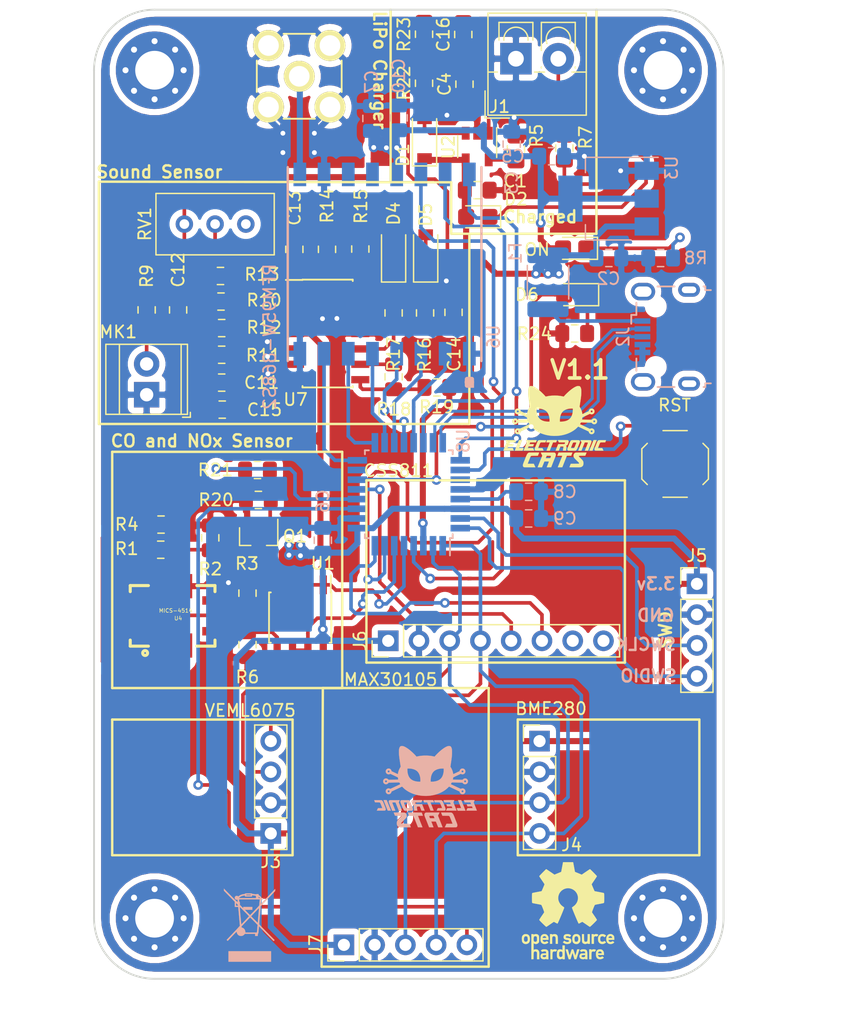
<source format=kicad_pcb>
(kicad_pcb (version 20211014) (generator pcbnew)
  (title_block (title "Smart Citizen") (date "2019-02-18") (rev "0.1v") (company "Electronic Cats") (comment 1 "Eduardo Contreras"))
  (layers (0 "F.Cu" signal) (31 "B.Cu" signal) (34 "B.Paste" user) (35 "F.Paste" user) (36 "B.SilkS" user "B.Silkscreen") (37 "F.SilkS" user "F.Silkscreen") (38 "B.Mask" user) (39 "F.Mask" user) (44 "Edge.Cuts" user))
  (net 0 "")
  (net 1 "Net-(AE1-Pad1)")
  (net 2 "GND")
  (net 3 "VCC")
  (net 4 "+3V3")
  (net 5 "/BATT")
  (net 6 "Net-(C8-Pad1)")
  (net 7 "Net-(C12-Pad1)")
  (net 8 "Net-(C12-Pad2)")
  (net 9 "Net-(C13-Pad2)")
  (net 10 "Net-(C13-Pad1)")
  (net 11 "Net-(C14-Pad2)")
  (net 12 "/BATTLEVEL")
  (net 13 "Net-(D2-Pad1)")
  (net 14 "Net-(D3-Pad1)")
  (net 15 "Net-(D4-Pad1)")
  (net 16 "Net-(D4-Pad2)")
  (net 17 "Net-(D5-Pad1)")
  (net 18 "Net-(F1-Pad1)")
  (net 19 "/D-")
  (net 20 "/D+")
  (net 21 "/SCL")
  (net 22 "/SDA")
  (net 23 "/SWDIO")
  (net 24 "/SWCLK")
  (net 25 "/WAKE")
  (net 26 "/INTCSS")
  (net 27 "Net-(J6-Pad8)")
  (net 28 "/INT")
  (net 29 "Net-(Q1-Pad1)")
  (net 30 "Net-(Q1-Pad3)")
  (net 31 "Net-(R1-Pad1)")
  (net 32 "/NO2")
  (net 33 "Net-(R4-Pad1)")
  (net 34 "Net-(R5-Pad1)")
  (net 35 "/CO2")
  (net 36 "Net-(R7-Pad1)")
  (net 37 "Net-(R10-Pad1)")
  (net 38 "Net-(R11-Pad2)")
  (net 39 "Net-(R18-Pad1)")
  (net 40 "Net-(R18-Pad2)")
  (net 41 "/PRE_HEALTING")
  (net 42 "Net-(RV1-Pad1)")
  (net 43 "Net-(SW1-Pad2)")
  (net 44 "/ADC_OX")
  (net 45 "/ADC_RED")
  (net 46 "/MISO")
  (net 47 "/MOSI")
  (net 48 "/SCK")
  (net 49 "/SS")
  (net 50 "/RFM_RST")
  (net 51 "/DIO5")
  (net 52 "Net-(U6-Pad11)")
  (net 53 "Net-(U6-Pad12)")
  (net 54 "/DIO0")
  (net 55 "/DIO1")
  (net 56 "/DIO2")
  (net 57 "Net-(U8-Pad15)")
  (net 58 "Net-(U8-Pad27)")
  (net 59 "Net-(D6-Pad1)")
  (net 60 "/LED_BUILTIN")
  (net 61 "/ENVOL")
  (net 62 "Net-(J6-Pad7)")
  (footprint "Button_Switch_SMD:SW_SPST_TL3342" (layer "F.Cu") (at 172 77.5 -90)
    (fp_text reference "SW1")
    (fp_text value "RST")
  )
  (footprint "LED_SMD:LED_0805_2012Metric_Castellated" (layer "F.Cu") (at 163.7 59.7 180)
    (fp_text reference "D3")
    (fp_text value "ON")
  )
  (footprint "Rf:AMPHENOL_901-144" (layer "F.Cu") (at 140.95 45.5 180)
    (fp_text reference "AE1")
    (fp_text value "Antenna_Shield")
  )
  (footprint "Connector_PinHeader_2.54mm:PinHeader_1x05_P2.54mm_Vertical" (layer "F.Cu") (at 144.64 117.2 90)
    (fp_text reference "J7")
    (fp_text value "MAX30105")
  )
  (footprint "Connector_PinHeader_2.54mm:PinHeader_1x08_P2.54mm_Vertical" (layer "F.Cu") (at 148.3 92.1 90)
    (fp_text reference "J6")
    (fp_text value "CSS811")
  )
  (footprint "MountingHole:MountingHole_3.2mm_M3_Pad_Via" (layer "F.Cu") (at 171 45)
    (fp_text reference "REF**")
    (fp_text value "MountingHole_3.2mm_M3_Pad_Via")
  )
  (footprint "MountingHole:MountingHole_3.2mm_M3_Pad_Via" (layer "F.Cu") (at 171 115)
    (fp_text reference "REF**")
    (fp_text value "MountingHole_3.2mm_M3_Pad_Via")
  )
  (footprint "Aesthetics:electronic_cats_logo_8x6" (layer "F.Cu") (at 162.052 74.422)
    (fp_text reference "G***" hide)
    (fp_text value "LOGO" hide)
  )
  (footprint "Symbols:OSHW-Logo_7.5x8mm_SilkScreen" (layer "F.Cu") (at 163.15 114.375)
    (fp_text reference "REF***" hide)
    (fp_text value "OSHW-Logo_7.5x8mm_SilkScreen" hide)
  )
  (footprint "Package_SO:SOIC-14_3.9x8.7mm_P1.27mm" (layer "F.Cu") (at 143.295 66.735)
    (fp_text reference "U7")
    (fp_text value "LM324")
  )
  (footprint "Resistor_SMD:R_0805_2012Metric_Pad1.15x1.40mm_HandSolder" (layer "F.Cu") (at 152.32 71.185)
    (fp_text reference "R19")
    (fp_text value "100")
  )
  (footprint "Resistor_SMD:R_0805_2012Metric_Pad1.15x1.40mm_HandSolder" (layer "F.Cu") (at 148.745 70.31 -90)
    (fp_text reference "R18")
    (fp_text value "1K")
  )
  (footprint "Resistor_SMD:R_0805_2012Metric_Pad1.15x1.40mm_HandSolder" (layer "F.Cu") (at 151.345 65.035 90)
    (fp_text reference "R16")
    (fp_text value "100")
  )
  (footprint "Resistor_SMD:R_0805_2012Metric_Pad1.15x1.40mm_HandSolder" (layer "F.Cu") (at 145.995 59.76 90)
    (fp_text reference "R15")
    (fp_text value "22K")
  )
  (footprint "Resistor_SMD:R_0805_2012Metric_Pad1.15x1.40mm_HandSolder" (layer "F.Cu") (at 143.245 59.785 90)
    (fp_text reference "R14")
    (fp_text value "10K")
  )
  (footprint "Resistor_SMD:R_0805_2012Metric_Pad1.15x1.40mm_HandSolder" (layer "F.Cu") (at 134.445 61.985 180)
    (fp_text reference "R13")
    (fp_text value "100K")
  )
  (footprint "Resistor_SMD:R_0805_2012Metric_Pad1.15x1.40mm_HandSolder" (layer "F.Cu") (at 134.545 66.285)
    (fp_text reference "R12")
    (fp_text value "10K")
  )
  (footprint "Resistor_SMD:R_0805_2012Metric_Pad1.15x1.40mm_HandSolder" (layer "F.Cu") (at 134.545 68.485)
    (fp_text reference "R11")
    (fp_text value "10K")
  )
  (footprint "Resistor_SMD:R_0805_2012Metric_Pad1.15x1.40mm_HandSolder" (layer "F.Cu") (at 134.488 64.0954 180)
    (fp_text reference "R10")
    (fp_text value "1K")
  )
  (footprint "Resistor_SMD:R_0805_2012Metric_Pad1.15x1.40mm_HandSolder" (layer "F.Cu") (at 128.345 64.785 -90)
    (fp_text reference "R9")
    (fp_text value "2.2K")
  )
  (footprint "TerminalBlock_TE-Connectivity:TerminalBlock_TE_282834-2_1x02_P2.54mm_Horizontal" (layer "F.Cu") (at 128.345 71.785 90)
    (fp_text reference "MK1")
    (fp_text value "Microphone")
  )
  (footprint "Diode_SMD:D_SOD-123" (layer "F.Cu") (at 151.395 60.235 90)
    (fp_text reference "D5")
    (fp_text value "RB751S40T1G")
  )
  (footprint "Diode_SMD:D_SOD-123" (layer "F.Cu") (at 148.745 60.235 90)
    (fp_text reference "D4")
    (fp_text value "RB751S40T1G")
  )
  (footprint "Capacitor_SMD:C_0805_2012Metric_Pad1.15x1.40mm_HandSolder" (layer "F.Cu") (at 134.59 73.015)
    (fp_text reference "C15")
    (fp_text value "0.1uf")
  )
  (footprint "Capacitor_SMD:C_0805_2012Metric_Pad1.15x1.40mm_HandSolder" (layer "F.Cu") (at 153.695 64.985 -90)
    (fp_text reference "C14")
    (fp_text value "10uF")
  )
  (footprint "Capacitor_SMD:C_0805_2012Metric_Pad1.15x1.40mm_HandSolder" (layer "F.Cu") (at 140.545 59.785 90)
    (fp_text reference "C13")
    (fp_text value "1uF")
  )
  (footprint "Capacitor_SMD:C_0805_2012Metric_Pad1.15x1.40mm_HandSolder" (layer "F.Cu") (at 130.945 64.785 90)
    (fp_text reference "C12")
    (fp_text value "10uF")
  )
  (footprint "Capacitor_SMD:C_0805_2012Metric_Pad1.15x1.40mm_HandSolder" (layer "F.Cu") (at 134.545 70.785)
    (fp_text reference "C11")
    (fp_text value "1uf")
  )
  (footprint "MICS4514:MICS_10-SMD" (layer "F.Cu") (at 130.49 90.04 180)
    (fp_text reference "U4")
    (fp_text value "MICS-4514")
  )
  (footprint "Package_SO:SOIC-8_3.9x4.9mm_P1.27mm" (layer "F.Cu") (at 141.03 90.18 -90)
    (fp_text reference "U1")
    (fp_text value "TLC2272")
  )
  (footprint "Resistor_SMD:R_0805_2012Metric_Pad1.15x1.40mm_HandSolder" (layer "F.Cu") (at 137.5 78)
    (fp_text reference "R21")
    (fp_text value "66.5")
  )
  (footprint "Resistor_SMD:R_0805_2012Metric_Pad1.15x1.40mm_HandSolder" (layer "F.Cu") (at 137.575 80.47)
    (fp_text reference "R20")
    (fp_text value "66.5k")
  )
  (footprint "Resistor_SMD:R_0805_2012Metric_Pad1.15x1.40mm_HandSolder" (layer "F.Cu") (at 136.675 92.415 -90)
    (fp_text reference "R6")
    (fp_text value "47k")
  )
  (footprint "Resistor_SMD:R_0805_2012Metric_Pad1.15x1.40mm_HandSolder" (layer "F.Cu") (at 129.535 82.505)
    (fp_text reference "R4")
    (fp_text value "30")
  )
  (footprint "Resistor_SMD:R_0805_2012Metric_Pad1.15x1.40mm_HandSolder" (layer "F.Cu") (at 136.675 88.165 90)
    (fp_text reference "R3")
    (fp_text value "269")
  )
  (footprint "Package_TO_SOT_SMD:SOT-23" (layer "F.Cu") (at 137.6 83.47 -90)
    (fp_text reference "Q1")
    (fp_text value "2N7002")
  )
  (footprint "Resistor_SMD:R_0805_2012Metric_Pad1.15x1.40mm_HandSolder" (layer "F.Cu") (at 148.745 65.035 -90)
    (fp_text reference "R17")
    (fp_text value "10K")
  )
  (footprint "Connector_PinHeader_2.54mm:PinHeader_1x04_P2.54mm_Vertical" (layer "F.Cu") (at 173.8 87.4)
    (fp_text reference "J5")
    (fp_text value "PROG")
  )
  (footprint "MountingHole:MountingHole_3.2mm_M3_Pad_Via" (layer "F.Cu") (at 129 45)
    (fp_text reference "REF**")
    (fp_text value "MountingHole_3.2mm_M3_Pad_Via")
  )
  (footprint "Package_TO_SOT_SMD:SOT-23-5" (layer "F.Cu") (at 155.65 51.3 -90)
    (fp_text reference "U2")
    (fp_text value "MCP73831")
  )
  (footprint "MountingHole:MountingHole_3.2mm_M3_Pad_Via" (layer "F.Cu") (at 129 115)
    (fp_text reference "REF**")
    (fp_text value "MountingHole_3.2mm_M3_Pad_Via")
  )
  (footprint "Resistor_SMD:R_0805_2012Metric_Pad1.15x1.40mm_HandSolder" (layer "F.Cu") (at 151.258995 42.027274 -90)
    (fp_text reference "R23")
    (fp_text value "330k")
  )
  (footprint "Resistor_SMD:R_0805_2012Metric_Pad1.15x1.40mm_HandSolder" (layer "F.Cu") (at 151.258995 46.075 -90)
    (fp_text reference "R22")
    (fp_text value "680k")
  )
  (footprint "Resistor_SMD:R_0805_2012Metric_Pad1.15x1.40mm_HandSolder" (layer "F.Cu") (at 162.85 51.425 -90)
    (fp_text reference "R7")
    (fp_text value "1k")
  )
  (footprint "TerminalBlock_4Ucon:TerminalBlock_4Ucon_1x02_P3.50mm_Vertical" (layer "F.Cu") (at 158.85 44.05)
    (fp_text reference "J1")
    (fp_text value "BATT")
  )
  (footprint "Diode_SMD:D_SOD-123" (layer "F.Cu") (at 151.3 50.65 90)
    (fp_text reference "D1")
    (fp_text value "D_Schottky")
  )
  (footprint "Capacitor_SMD:C_0805_2012Metric_Pad1.15x1.40mm_HandSolder" (layer "F.Cu") (at 154.5 42.05 90)
    (fp_text reference "C16")
    (fp_text value "0.1uf")
  )
  (footprint "Capacitor_SMD:C_0805_2012Metric_Pad1.15x1.40mm_HandSolder" (layer "F.Cu") (at 155.65 54.9)
    (fp_text reference "C1")
    (fp_text value "10uf")
  )
  (footprint "Capacitor_SMD:C_0805_2012Metric_Pad1.15x1.40mm_HandSolder" (layer "F.Cu") (at 154.6 46.15 90)
    (fp_text reference "C4")
    (fp_text value "10uf")
  )
  (footprint "Connector_PinHeader_2.54mm:PinHeader_1x04_P2.54mm_Vertical" (layer "F.Cu") (at 138.6 108 180)
    (fp_text reference "J3")
    (fp_text value "VEML6075")
  )
  (footprint "Connector_PinHeader_2.54mm:PinHeader_1x04_P2.54mm_Vertical" (layer "F.Cu") (at 160.8 100.38)
    (fp_text reference "J4")
    (fp_text value "BME280")
  )
  (footprint "Resistor_SMD:R_0805_2012Metric_Pad1.15x1.40mm_HandSolder" (layer "F.Cu") (at 158.85 51.5 90)
    (fp_text reference "R5")
    (fp_text value "10k")
  )
  (footprint "LED_SMD:LED_0805_2012Metric_Castellated" (layer "F.Cu") (at 155.7 57.1 180)
    (fp_text reference "D2")
    (fp_text value "CHARGE")
  )
  (footprint "Resistor_SMD:R_0805_2012Metric_Pad1.15x1.40mm_HandSolder" (layer "F.Cu") (at 129.51 84.58)
    (fp_text reference "R1")
    (fp_text value "30")
  )
  (footprint "Resistor_SMD:R_0805_2012Metric_Pad1.15x1.40mm_HandSolder" (layer "F.Cu") (at 133.6 83.6 90)
    (fp_text reference "R2")
    (fp_text value "36")
  )
  (footprint "Potentiometer_THT:Potentiometer_Bourns_3296W_Vertical" (layer "F.Cu") (at 136.54 57.7)
    (fp_text reference "RV1")
    (fp_text value "100K GAIN")
  )
  (footprint "LED_SMD:LED_0805_2012Metric_Castellated" (layer "F.Cu") (at 163.79714 63.52794 180)
    (fp_text reference "D6")
    (fp_text value "Builtin")
  )
  (footprint "Resistor_SMD:R_0805_2012Metric_Pad1.15x1.40mm_HandSolder" (layer "F.Cu") (at 163.703 66.73088 180)
    (fp_text reference "R24")
    (fp_text value "330")
  )
  (footprint "Package_QFP:TQFP-32_7x7mm_P0.8mm" (layer "B.Cu") (at 150 80 90)
    (fp_text reference "U8")
    (fp_text value "ATSAMD21E18A-MU")
  )
  (footprint "Capacitor_SMD:C_0805_2012Metric_Pad1.15x1.40mm_HandSolder" (layer "B.Cu") (at 159.9 82)
    (fp_text reference "C9")
    (fp_text value "0.1uf")
  )
  (footprint "Capacitor_SMD:C_0805_2012Metric_Pad1.15x1.40mm_HandSolder" (layer "B.Cu") (at 159.9 79.8)
    (fp_text reference "C8")
    (fp_text value "1uf")
  )
  (footprint "Capacitor_SMD:C_0805_2012Metric_Pad1.15x1.40mm_HandSolder" (layer "B.Cu") (at 142.9 83.8 90)
    (fp_text reference "C6")
    (fp_text value "0.1uf")
  )
  (footprint "Capacitor_SMD:C_0805_2012Metric_Pad1.15x1.40mm_HandSolder" (layer "B.Cu") (at 161.8 52.1)
    (fp_text reference "C5")
    (fp_text value "10uf")
  )
  (footprint "Capacitor_SMD:C_0805_2012Metric_Pad1.15x1.40mm_HandSolder" (layer "B.Cu") (at 146.914126 48.981714 90)
    (fp_text reference "C7")
    (fp_text value "0.1uf")
  )
  (footprint "Capacitor_SMD:C_0805_2012Metric_Pad1.15x1.40mm_HandSolder" (layer "B.Cu") (at 149.164126 48.931714 90)
    (fp_text reference "C10")
    (fp_text value "1uf")
  )
  (footprint "Capacitor_SMD:C_0805_2012Metric_Pad1.15x1.40mm_HandSolder" (layer "B.Cu") (at 166.525 60.5)
    (fp_text reference "C2")
    (fp_text value "10uf")
  )
  (footprint "Package_TO_SOT_SMD:SOT-223-3_TabPin2" (layer "B.Cu") (at 166.5 55.6 180)
    (fp_text reference "U3")
    (fp_text value "AP2114")
  )
  (footprint "Symbols:WEEE-Logo_4.2x6mm_SilkScreen" (layer "B.Cu") (at 136.85 115.575 180)
    (fp_text reference "REF***" hide)
    (fp_text value "WEEE-Logo_4.2x6mm_SilkScreen" hide)
  )
  (footprint "Fuse:Fuse_1812_4532Metric_Pad1.30x3.40mm_HandSolder" (layer "B.Cu") (at 161.5 62.5 90)
    (fp_text reference "F1")
    (fp_text value "Fuse")
  )
  (footprint "Aesthetics:electronic_cats_logo_8x6" (layer "B.Cu") (at 151.384 104.14 180)
    (fp_text reference "G***" hide)
    (fp_text value "LOGO" hide)
  )
  (footprint "Connector_USB:USB_Micro-B_Wuerth_629105150521" (layer "B.Cu") (at 171.2 67 -90)
    (fp_text reference "J2")
    (fp_text value "USB_B_Micro")
  )
  (footprint "Rf:RFM95W" (layer "B.Cu") (at 148 61 90)
    (fp_text reference "U6")
    (fp_text value "RFM95W-868S2")
  )
  (footprint "Capacitor_SMD:C_0805_2012Metric_Pad1.15x1.40mm_HandSolder" (layer "B.Cu") (at 158.5 51.1 90)
    (fp_text reference "C3")
    (fp_text value "0.1uf")
  )
  (footprint "Resistor_SMD:R_0805_2012Metric_Pad1.15x1.40mm_HandSolder" (layer "B.Cu") (at 170.8 60.5 180)
    (fp_text reference "R8")
    (fp_text value "330")
  )
  (gr_line (start 165.5 58.5) (end 153.5 58.5) (layer "F.SilkS") (width 0.2))
  (gr_line (start 165.5 40) (end 165.5 58.5) (layer "F.SilkS") (width 0.2))
  (gr_line (start 125.5 109.8) (end 140.4 109.8) (layer "F.SilkS") (width 0.2))
  (gr_line (start 167.85 93.9) (end 167.85 78.85) (layer "F.SilkS") (width 0.2))
  (gr_line (start 167.85 93.9) (end 146.5 93.9) (layer "F.SilkS") (width 0.2))
  (gr_line (start 142.8 119) (end 156.6 119) (layer "F.SilkS") (width 0.2))
  (gr_line (start 140.4 109.8) (end 140.4 98.6) (layer "F.SilkS") (width 0.2))
  (gr_line (start 156.6 96) (end 142.9 96) (layer "F.SilkS") (width 0.2))
  (gr_line (start 154.4 74.2) (end 124.4 74.2) (layer "F.SilkS") (width 0.2))
  (gr_line (start 153.5 58.5) (end 153.5 54.25) (layer "F.SilkS") (width 0.2))
  (gr_line (start 154.4 74.2) (end 154.9 74.2) (layer "F.SilkS") (width 0.2))
  (gr_line (start 156.6 119) (end 156.6 96) (layer "F.SilkS") (width 0.2))
  (gr_line (start 174 98.6) (end 174 109.8) (layer "F.SilkS") (width 0.2))
  (gr_line (start 125.5 76.5) (end 144.5 76.5) (layer "F.SilkS") (width 0.2))
  (gr_line (start 124.4 54.2) (end 153.5 54.25) (layer "F.SilkS") (width 0.2))
  (gr_line (start 124.4 74.2) (end 124.4 54.2) (layer "F.SilkS") (width 0.2))
  (gr_line (start 144.5 76.5) (end 144.5 96) (layer "F.SilkS") (width 0.2))
  (gr_line (start 167.85 78.85) (end 146.5 78.85) (layer "F.SilkS") (width 0.2))
  (gr_line (start 159 109.8) (end 159 98.6) (layer "F.SilkS") (width 0.2))
  (gr_line (start 144.5 96) (end 125.5 96) (layer "F.SilkS") (width 0.2))
  (gr_line (start 140.4 98.6) (end 125.5 98.6) (layer "F.SilkS") (width 0.2))
  (gr_line (start 154.9 74.2) (end 155 74.2) (layer "F.SilkS") (width 0.2))
  (gr_line (start 174 109.8) (end 159 109.8) (layer "F.SilkS") (width 0.2))
  (gr_line (start 125.5 96) (end 125.5 76.5) (layer "F.SilkS") (width 0.2))
  (gr_line (start 142.8 119) (end 142.9 96) (layer "F.SilkS") (width 0.2))
  (gr_line (start 155 74.2) (end 155 58.5) (layer "F.SilkS") (width 0.2))
  (gr_line (start 159 98.6) (end 174 98.6) (layer "F.SilkS") (width 0.2))
  (gr_line (start 148.5 54.25) (end 148.5 40) (layer "F.SilkS") (width 0.2))
  (gr_line (start 146.5 93.9) (end 146.5 78.85) (layer "F.SilkS") (width 0.2))
  (gr_line (start 125.5 98.6) (end 125.5 109.8) (layer "F.SilkS") (width 0.2))
  (gr_arc (start 176 115) (mid 174.535534 118.535534) (end 171 120) (layer "Edge.Cuts") (width 0.15))
  (gr_line (start 124 45) (end 124 115) (layer "Edge.Cuts") (width 0.15))
  (gr_arc (start 129 120) (mid 125.464466 118.535534) (end 124 115) (layer "Edge.Cuts") (width 0.15))
  (gr_line (start 171 40) (end 129 40) (layer "Edge.Cuts") (width 0.15))
  (gr_arc (start 171 40) (mid 174.535534 41.464466) (end 176 45) (layer "Edge.Cuts") (width 0.15))
  (gr_line (start 129 120) (end 171 120) (layer "Edge.Cuts") (width 0.15))
  (gr_line (start 176 115) (end 176 45) (layer "Edge.Cuts") (width 0.15))
  (gr_arc (start 124 45) (mid 125.464466 41.464466) (end 129 40) (layer "Edge.Cuts") (width 0.15))
  (gr_text "SWCLK\n" (at 169.6 92.4) (layer "B.SilkS") (effects (font (size 1 1) (thickness 0.2)) (justify mirror)))
  (gr_text "SWDIO" (at 169.8 95) (layer "B.SilkS") (effects (font (size 1 1) (thickness 0.2)) (justify mirror)))
  (gr_text "GND" (at 170.4 90) (layer "B.SilkS") (effects (font (size 1 1) (thickness 0.2)) (justify mirror)))
  (gr_text "3.3v" (at 170.4 87.4) (layer "B.SilkS") (effects (font (size 1 1) (thickness 0.2)) (justify mirror)))
  (gr_text "Sound Sensor\n" (at 129.4 53.4) (layer "F.SilkS") (effects (font (size 1 1) (thickness 0.2))))
  (gr_text "SWD\n" (at 171.2 91.2 90) (layer "F.SilkS") (effects (font (size 1 1) (thickness 0.2))))
  (gr_text "CO and NOx Sensor" (at 132.9 75.6) (layer "F.SilkS") (effects (font (size 1 1) (thickness 0.2))))
  (gr_text "Charged" (at 160.85 57.1) (layer "F.SilkS") (effects (font (size 1 1) (thickness 0.2))))
  (gr_text "V1.1" (at 164.13226 69.72554) (layer "F.SilkS") (effects (font (size 1.5 1.5) (thickness 0.3))))
  (gr_text "LiPo Charger" (at 147.6 45 270) (layer "F.SilkS") (effects (font (size 1 1) (thickness 0.2))))
  (segment (start 141 45.55) (end 140.95 45.5) (width 0.5) (layer "B.Cu") (net 1))
  (segment (start 141 53.6) (end 141 45.55) (width 0.5) (layer "B.Cu") (net 1))
  (segment (start 158.85 50.475) (end 158.85 49.05) (width 0.5) (layer "F.Cu") (net 2))
  (segment (start 138.31 67.41) (end 138.31 68.61) (width 0.5) (layer "F.Cu") (net 2))
  (segment (start 144.095 66.735) (end 142.87 65.51) (width 0.5) (layer "F.Cu") (net 2))
  (segment (start 145.995 65.465) (end 144.085 65.465) (width 0.5) (layer "F.Cu") (net 2))
  (segment (start 155.65 49.17) (end 155.19 48.71) (width 0.5) (layer "F.Cu") (net 2))
  (segment (start 132.8 66.33) (end 132.8 66.6) (width 0.5) (layer "F.Cu") (net 2))
  (segment (start 137.015 87.48) (end 136.675 87.14) (width 0.5) (layer "F.Cu") (net 2))
  (segment (start 135.26 87.14) (end 135.1 87.3) (width 0.5) (layer "F.Cu") (net 2))
  (segment (start 142.2 50.2) (end 142.2 51.8) (width 0.5) (layer "F.Cu") (net 2))
  (segment (start 139.125 87.48) (end 137.015 87.48) (width 0.5) (layer "F.Cu") (net 2))
  (segment (start 130.6 82.545) (end 130.56 82.505) (width 0.5) (layer "F.Cu") (net 2))
  (segment (start 153.695 62.985) (end 153.1 62.39) (width 0.5) (layer "F.Cu") (net 2))
  (segment (start 155.65 50.2) (end 155.65 49.17) (width 0.5) (layer "F.Cu") (net 2))
  (segment (start 130.56 82.505) (end 133.53 82.505) (width 0.5) (layer "F.Cu") (net 2))
  (segment (start 144.085 65.465) (end 144.06 65.49) (width 0.5) (layer "F.Cu") (net 2))
  (segment (start 146.03 65.5) (end 145.995 65.465) (width 0.5) (layer "F.Cu") (net 2))
  (segment (start 133.52 66.285) (end 132.845 66.285) (width 0.5) (layer "F.Cu") (net 2))
  (segment (start 136.65 80.57) (end 136.55 80.47) (width 0.5) (layer "F.Cu") (net 2))
  (segment (start 132.845 66.285) (end 132.8 66.33) (width 0.5) (layer "F.Cu") (net 2))
  (segment (start 138.31 68.61) (end 138.33 68.63) (width 0.5) (layer "F.Cu") (net 2))
  (segment (start 145.995 66.735) (end 144.095 66.735) (width 0.5) (layer "F.Cu") (net 2))
  (segment (start 133.6 82.575) (end 136.545 82.575) (width 0.5) (layer "F.Cu") (net 2))
  (segment (start 158.85 49.05) (end 158.7 48.9) (width 0.5) (layer "F.Cu") (net 2))
  (segment (start 153.695 63.96) (end 153.695 62.985) (width 0.5) (layer "F.Cu") (net 2))
  (segment (start 146.03 65.9) (end 146.03 65.5) (width 0.5) (layer "F.Cu") (net 2))
  (segment (start 155.19 48.71) (end 153.15 48.71) (width 0.5) (layer "F.Cu") (net 2))
  (segment (start 148.745 64.01) (end 147.29 65.465) (width 0.5) (layer "F.Cu") (net 2))
  (segment (start 155.65 50.2) (end 155.65 48.75) (width 0.5) (layer "F.Cu") (net 2))
  (segment (start 132.8 66.6) (end 131.8 67.6) (width 0.5) (layer "F.Cu") (net 2))
  (segment (start 147.29 65.465) (end 145.995 65.465) (width 0.5) (layer "F.Cu") (net 2))
  (segment (start 136.675 87.14) (end 135.26 87.14) (width 0.5) (layer "F.Cu") (net 2))
  (segment (start 133.53 82.505) (end 133.6 82.575) (width 0.5) (layer "F.Cu") (net 2))
  (segment (start 145.995 66.735) (end 145.995 65.935) (width 0.5) (layer "F.Cu") (net 2))
  (segment (start 136.545 82.575) (end 136.65 82.47) (width 0.5) (layer "F.Cu") (net 2))
  (segment (start 136.65 82.47) (end 136.65 80.57) (width 0.5) (layer "F.Cu") (net 2))
  (segment (start 139.6 50.2) (end 139.6 51.8) (width 0.5) (layer "F.Cu") (net 2))
  (segment (start 145.995 65.935) (end 146.03 65.9) (width 0.5) (layer "F.Cu") (net 2))
  (via (at 167.5 53.3) (size 0.8) (drill 0.4) (layers "F.Cu" "B.Cu") (net 2))
  (via (at 142.87 65.51) (size 0.8) (drill 0.4) (layers "F.Cu" "B.Cu") (net 2))
  (via (at 135.1 87.3) (size 0.8) (drill 0.4) (layers "F.Cu" "B.Cu") (net 2))
  (via (at 138.36 70.06) (size 0.8) (drill 0.4) (layers "F.Cu" "B.Cu") (net 2))
  (via (at 138.31 67.41) (size 0.8) (drill 0.4) (layers "F.Cu" "B.Cu") (net 2))
  (via (at 142.2 51.8) (size 0.8) (drill 0.4) (layers "F.Cu" "B.Cu") (net 2))
  (via (at 142.2 50.2) (size 0.8) (drill 0.4) (layers "F.Cu" "B.Cu") (net 2))
  (via (at 138.33 68.63) (size 0.8) (drill 0.4) (layers "F.Cu" "B.Cu") (net 2))
  (via (at 139.6 50.2) (size 0.8) (drill 0.4) (layers "F.Cu" "B.Cu") (net 2))
  (via (at 164.5 52.1) (size 0.8) (drill 0.4) (layers "F.Cu" "B.Cu") (net 2))
  (via (at 153.15 48.71) (size 0.8) (drill 0.4) (layers "F.Cu" "B.Cu") (net 2))
  (via (at 139.6 51.8) (size 0.8) (drill 0.4) (layers "F.Cu" "B.Cu") (net 2))
  (via (at 144.06 65.49) (size 0.8) (drill 0.4) (layers "F.Cu" "B.Cu") (net 2))
  (via (at 158.7 48.9) (size 0.8) (drill 0.4) (layers "F.Cu" "B.Cu") (net 2))
  (via (at 153.1 62.39) (size 0.8) (drill 0.4) (layers "F.Cu" "B.Cu") (net 2))
  (segment (start 162.825 52.1) (end 164.5 52.1) (width 0.5) (layer "B.Cu") (net 2))
  (segment (start 139.3 68.4) (end 138.31 67.41) (width 0.5) (layer "B.Cu") (net 2))
  (segment (start 158.7 49.875) (end 158.5 50.075) (width 0.5) (layer "B.Cu") (net 2))
  (segment (start 145.75 82) (end 144.45 82) (width 0.5) (layer "B.Cu") (net 2))
  (segment (start 141 68.4) (end 139.3 68.4) (width 0.5) (layer "B.Cu") (net 2))
  (segment (start 143.49 48.04) (end 143.49 48.91) (width 0.5) (layer "B.Cu") (net 2))
  (segment (start 138.41 49.01) (end 139.6 50.2) (width 0.5) (layer "B.Cu") (net 2))
  (segment (start 143.49 48.91) (end 142.2 50.2) (width 0.5) (layer "B.Cu") (net 2))
  (segment (start 138.41 48.04) (end 138.41 49.01) (width 0.5) (layer "B.Cu") (net 2))
  (segment (start 138.33 70.03) (end 138.36 70.06) (width 0.5) (layer "B.Cu") (net 2))
  (segment (start 138.33 68.63) (end 138.33 70.03) (width 0.5) (layer "B.Cu") (net 2))
  (segment (start 154.25 79.6) (end 156.1 79.6) (width 0.5) (layer "B.Cu") (net 2))
  (segment (start 169.65 53.3) (end 167.5 53.3) (width 0.5) (layer "B.Cu") (net 2))
  (segment (start 158.7 48.9) (end 158.7 49.875) (width 0.5) (layer "B.Cu") (net 2))
  (segment (start 169.3 68.3) (end 169.3 67.725001) (width 0.5) (layer "B.Cu") (net 2))
  (segment (start 144.4 81.95) (end 144.45 82) (width 0.5) (layer "B.Cu") (net 2))
  (segment (start 155.8 60.875) (end 156.275 60.875) (width 0.5) (layer "F.Cu") (net 3))
  (segment (start 154.625 54.9) (end 154.625 56.9875) (width 0.5) (layer "F.Cu") (net 3))
  (segment (start 154.7 52.4) (end 151.4 52.4) (width 0.5) (layer "F.Cu") (net 3))
  (segment (start 157.2 61.8) (end 162.4 61.8) (width 0.5) (layer "F.Cu") (net 3))
  (segment (start 151.4 52.4) (end 151.3 52.3) (width 0.5) (layer "F.Cu") (net 3))
  (segment (start 154.7375 57.1) (end 154.7375 60.3375) (width 0.5) (layer "F.Cu") (net 3))
  (segment (start 162.4 61.8) (end 160.5 61.8) (width 0.5) (layer "F.Cu") (net 3))
  (segment (start 154.625 54.9) (end 154.625 52.475) (width 0.5) (layer "F.Cu") (net 3))
  (segment (start 154.625 56.9875) (end 154.7375 57.1) (width 0.5) (layer "F.Cu") (net 3))
  (segment (start 155.275 60.875) (end 155.8 60.875) (width 0.5) (layer "F.Cu") (net 3))
  (segment (start 156.275 60.875) (end 157.2 61.8) (width 0.5) (layer "F.Cu") (net 3))
  (segment (start 154.7375 60.3375) (end 155.275 60.875) (width 0.5) (layer "F.Cu") (net 3))
  (segment (start 154.625 52.475) (end 154.7 52.4) (width 0.5) (layer "F.Cu") (net 3))
  (via (at 162.4 61.8) (size 0.8) (drill 0.4) (layers "F.Cu" "B.Cu") (net 3))
  (via (at 161.5 61.8) (size 0.8) (drill 0.4) (layers "F.Cu" "B.Cu") (net 3))
  (via (at 160.5 61.8) (size 0.8) (drill 0.4) (layers "F.Cu" "B.Cu") (net 3))
  (segment (start 161.5 60.275) (end 165.275 60.275) (width 0.5) (layer "B.Cu") (net 3))
  (segment (start 161.365685 61.1) (end 161.2 61.1) (width 0.5) (layer "B.Cu") (net 3))
  (segment (start 160.6 61.8) (end 160.85 61.55) (width 0.3) (layer "B.Cu") (net 3))
  (segment (start 161.5 61.8) (end 161.275 61.8) (width 0.3) (layer "B.Cu") (net 3))
  (segment (start 160.5 61.8) (end 161.2 61.1) (width 0.5) (layer "B.Cu") (net 3))
  (segment (start 169.65 57.9) (end 166.3 57.9) (width 0.5) (layer "B.Cu") (net 3))
  (segment (start 161.899999 60.675001) (end 161.9 60.675) (width 0.5) (layer "B.Cu") (net 3))
  (segment (start 161.025 61.55) (end 160.85 61.55) (width 0.3) (layer "B.Cu") (net 3))
  (segment (start 162.1 61.5) (end 162.4 61.8) (width 0.3) (layer "B.Cu") (net 3))
  (segment (start 161.5 61.8) (end 161.5 61.234315) (width 0.5) (layer "B.Cu") (net 3))
  (segment (start 161.5 61.025) (end 161.5 60.275) (width 0.5) (layer "B.Cu") (net 3))
  (segment (start 161.9 60.675) (end 161.5 60.275) (width 0.5) (layer "B.Cu") (net 3))
  (segment (start 161.5 61.234315) (end 161.365685 61.1) (width 0.5) (layer "B.Cu") (net 3))
  (segment (start 161.275 61.8) (end 161.025 61.55) (width 0.3) (layer "B.Cu") (net 3))
  (segment (start 162.4 61.8) (end 162.4 61.175) (width 0.5) (layer "B.Cu") (net 3))
  (segment (start 162.4 61.8) (end 162 61.4) (width 0.5) (layer "B.Cu") (net 3))
  (segment (start 160.5 61.8) (end 160.5 61.275) (width 0.5) (layer "B.Cu") (net 3))
  (segment (start 160.5 61.8) (end 160.5 61.5) (width 0.3) (layer "B.Cu") (net 3))
  (segment (start 162.4 61.8) (end 161.5 61.8) (width 0.5) (layer "B.Cu") (net 3))
  (segment (start 161.5 61.8) (end 161.5 60.275) (width 0.3) (layer "B.Cu") (net 3))
  (segment (start 162.4 61.175) (end 161.9 60.675) (width 0.5) (layer "B.Cu") (net 3))
  (segment (start 165.275 60.275) (end 165.5 60.5) (width 0.5) (layer "B.Cu") (net 3))
  (segment (start 160.5 61.8) (end 160.6 61.8) (width 0.3) (layer "B.Cu") (net 3))
  (segment (start 160.85 61.55) (end 160.999999 61.400001) (width 0.3) (layer "B.Cu") (net 3))
  (segment (start 161.899999 61.400001) (end 161.899999 60.675001) (width 0.5) (layer "B.Cu") (net 3))
  (segment (start 165.5 60.5) (end 165.5 58.7) (width 0.5) (layer "B.Cu") (net 3))
  (segment (start 165.5 58.7) (end 166.3 57.9) (width 0.5) (layer "B.Cu") (net 3))
  (segment (start 161.5 61.8) (end 161.899999 61.400001) (width 0.5) (layer "B.Cu") (net 3))
  (segment (start 160.5 61.275) (end 161.5 60.275) (width 0.5) (layer "B.Cu") (net 3))
  (segment (start 140.15 85.075) (end 140.1 85.025) (width 0.5) (layer "F.Cu") (net 4))
  (segment (start 141.05 84.2) (end 141.475 84.625) (width 0.5) (layer "F.Cu") (net 4))
  (segment (start 129.725 53.825) (end 128.345 55.205) (width 0.5) (layer "F.Cu") (net 4))
  (segment (start 147.109315 50.8) (end 148.965685 50.8) (width 0.5) (layer "F.Cu") (net 4))
  (segment (start 149.6 106.7) (end 149.6 101.43) (width 0.5) (layer "F.Cu") (net 4))
  (segment (start 126.8 75.4) (end 125.8 74.4) (width 0.5) (layer "F.Cu") (net 4))
  (segment (start 140.975 85.075) (end 140.1 84.2) (width 0.5) (layer "F.Cu") (net 4))
  (segment (start 147.5 51.949998) (end 147.799998 51.949998) (width 0.5) (layer "F.Cu") (net 4))
  (segment (start 170.9 99.15) (end 169.67 100.38) (width 0.5) (layer "F.Cu") (net 4))
  (segment (start 148.45 51.85) (end 148.55 51.85) (width 0.5) (layer "F.Cu") (net 4))
  (segment (start 162.7375 59.7) (end 161.6 59.7) (width 0.5) (layer "F.Cu") (net 4))
  (segment (start 126.64 63.76) (end 128.345 63.76) (width 0.5) (layer "F.Cu") (net 4))
  (segment (start 148.59 51.06) (end 147.91 51.06) (width 0.5) (layer "F.Cu") (net 4))
  (segment (start 150.65 100.38) (end 160.8 100.38) (width 0.5) (layer "F.Cu") (net 4))
  (segment (start 140.8 85.775) (end 140.125 85.775) (width 0.5) (layer "F.Cu") (net 4))
  (segment (start 147.1 51.375) (end 147.1 52.3) (width 0.5) (layer "F.Cu") (net 4))
  (segment (start 129.22 87.59) (end 127.65 87.59) (width 0.5) (layer "F.Cu") (net 4))
  (segment (start 142.7 73.375) (end 142.7 67.59) (width 0.5) (layer "F.Cu") (net 4))
  (segment (start 141.05 85.075) (end 141.05 85.75) (width 0.5) (layer "F.Cu") (net 4))
  (segment (start 133.565 75.365) (end 133.6 75.4) (width 0.5) (layer "F.Cu") (net 4))
  (segment (start 141.05 85.075) (end 140.15 85.075) (width 0.5) (layer "F.Cu") (net 4))
  (segment (start 141.05 84.2) (end 140.1 84.2) (width 0.5) (layer "F.Cu") (net 4))
  (segment (start 141.425 85.775) (end 141.075 85.775) (width 0.5) (layer "F.Cu") (net 4))
  (segment (start 142.7 75.85) (end 142.25 75.4) (width 0.5) (layer "F.Cu") (net 4))
  (segment (start 141.05 85.075) (end 141.05 84.2) (width 0.5) (layer "F.Cu") (net 4))
  (segment (start 139.85 85.775) (end 139.700001 85.625001) (width 0.5) (layer "F.Cu") (net 4))
  (segment (start 140.1 85.025) (end 140.225 85.025) (width 0.5) (layer "F.Cu") (net 4))
  (segment (start 148.125 51.375) (end 148.15 51.4) (width 0.5) (layer "F.Cu") (net 4))
  (segment (start 142.7 76.4) (end 142.7 84.75) (width 0.5) (layer "F.Cu") (net 4))
  (segment (start 133.1 75.4) (end 133.1 75.365) (width 0.5) (layer "F.Cu") (net 4))
  (segment (start 130.49 87.59) (end 129.22 87.59) (width 0.5) (layer "F.Cu") (net 4))
  (segment (start 140.85 85.775) (end 140.1 85.025) (width 0.5) (layer "F.Cu") (net 4))
  (segment (start 170.9 88.95) (end 170.9 99.15) (width 0.5) (layer "F.Cu") (net 4))
  (segment (start 148 52.3) (end 148.45 51.85) (width 0.5) (layer "F.Cu") (net 4))
  (segment (start 147.91 51.06) (end 147.51 51.06) (width 0.5) (layer "F.Cu") (net 4))
  (segment (start 147.1 51.375) (end 147.1 50.809315) (width 0.5) (layer "F.Cu") (net 4))
  (segment (start 139.5 85.775) (end 139.5 84.8) (width 0.5) (layer "F.Cu") (net 4))
  (segment (start 146.7 53.825) (end 129.725 53.825) (width 0.5) (layer "F.Cu") (net 4))
  (segment (start 141.075 85.775) (end 140.85 85.775) (width 0.5) (layer "F.Cu") (net 4))
  (segment (start 149 50.834315) (end 149 51.4) (width 0.5) (layer "F.Cu") (net 4))
  (segment (start 142.935 91.185) (end 142.9 91.15) (width 0.5) (layer "F.Cu") (net 4))
  (segment (start 160.9 59) (end 160.9 57.6) (width 0.5) (layer "F.Cu") (net 4))
  (segment (start 125.8 74.4) (end 125.8 64.6) (width 0.5) (layer "F.Cu") (net 4))
  (segment (start 147.899996 51.85) (end 148.45 51.85) (width 0.5) (layer "F.Cu") (net 4))
  (segment (start 140.125 85.775) (end 140.35 85.775) (width 0.5) (layer "F.Cu") (net 4))
  (segment (start 141.475 84.625) (end 141.475 85.725) (width 0.5) (layer "F.Cu") (net 4))
  (segment (start 147.1 52.65) (end 147.1 53.425) (width 0.5) (layer "F.Cu") (net 4))
  (segment (start 148.35 52.65) (end 147.1 52.65) (width 0.5) (layer "F.Cu") (net 4))
  (segment (start 147.1 52.3) (end 147.1 52.65) (width 0.5) (layer "F.Cu") (net 4))
  (segment (start 134.3 75.4) (end 134.065 75.4) (width 0.5) (layer "F.Cu") (net 4))
  (segment (start 147.799998 51.949998) (end 147.899996 51.85) (width 0.5) (layer "F.Cu") (net 4))
  (segment (start 139.700001 85.625001) (end 139.700001 85.424999) (width 0.5) (layer "F.Cu") (net 4))
  (segment (start 140.225 85.025) (end 141.05 84.2) (width 0.5) (layer "F.Cu") (net 4))
  (segment (start 141.05 85.75) (end 141.075 85.775) (width 0.5) (layer "F.Cu") (net 4))
  (segment (start 127.04 87.92) (end 127.37 87.59) (width 0.5) (layer "F.Cu") (net 4))
  (segment (start 139.700001 85.424999) (end 140.1 85.025) (width 0.5) (layer "F.Cu") (net 4))
  (segment (start 169.67 100.38) (end 160.12 100.38) (width 0.5) (layer "F.Cu") (net 4))
  (segment (start 125.8 64.6) (end 126.64 63.76) (width 0.5) (layer "F.Cu") (net 4))
  (segment (start 142.7 67.59) (end 141.845 66.735) (width 0.5) (layer "F.Cu") (net 4))
  (segment (start 147.275 51.375) (end 147.3 51.4) (width 0.5) (layer "F.Cu") (net 4))
  (segment (start 148.3 108) (end 149.6 106.7) (width 0.5) (layer "F.Cu") (net 4))
  (segment (start 149 51.4) (end 149 52) (width 0.5) (layer "F.Cu") (net 4))
  (segment (start 148.965685 50.8) (end 149 50.834315) (width 0.5) (layer "F.Cu") (net 4))
  (segment (start 140.125 85.775) (end 139.85 85.775) (width 0.5) (layer "F.Cu") (net 4))
  (segment (start 133.1 75.365) (end 133.565 74.9) (width 0.5) (layer "F.Cu") (net 4))
  (segment (start 142.935 92.88) (end 142.935 91.185) (width 0.5) (layer "F.Cu") (net 4))
  (segment (start 134.3 75.4) (end 133.6 75.4) (width 0.5) (layer "F.Cu") (net 4))
  (segment (start 149 52) (end 148.35 52.65) (width 0.5) (layer "F.Cu") (net 4))
  (segment (start 141.675 85.775) (end 141.425 85.775) (width 0.5) (layer "F.Cu") (net 4))
  (segment (start 140.1 85.025) (end 140.1 85.75) (width 0.5) (layer "F.Cu") (net 4))
  (segment (start 134.3 75.4) (end 142.25 75.4) (width 0.5) (layer "F.Cu") (net 4))
  (segment (start 128.345 55.205) (end 128.345 63.76) (width 0.5) (layer "F.Cu") (net 4))
  (segment (start 133.6 75.4) (end 133.1 75.4) (width 0.5) (layer "F.Cu") (net 4))
  (segment (start 133.52 72.97) (end 133.565 73.015) (width 0.5) (layer "F.Cu") (net 4))
  (segment (start 161.6 59.7) (end 160.9 59) (width 0.5) (layer "F.Cu") (net 4))
  (segment (start 147.91 51.06) (end 147.9 51.05) (width 0.5) (layer "F.Cu") (net 4))
  (segment (start 140.35 85.775) (end 141.05 85.075) (width 0.5) (layer "F.Cu") (net 4))
  (segment (start 141.845 66.735) (end 140.595 66.735) (width 0.5) (layer "F.Cu") (net 4))
  (segment (start 140.1 85.75) (end 140.125 85.775) (width 0.5) (layer "F.Cu") (net 4))
  (segment (start 142.7 76.4) (end 142.7 75.85) (width 0.5) (layer "F.Cu") (net 4))
  (segment (start 173.8 87.4) (end 172.45 87.4) (width 0.5) (layer "F.Cu") (net 4))
  (segment (start 147.1 50.809315) (end 147.109315 50.8) (width 0.5) (layer "F.Cu") (net 4))
  (segment (start 142.25 75.4) (end 142.7 74.95) (width 0.5) (layer "F.Cu") (net 4))
  (segment (start 147.499999 51.774999) (end 147.674999 51.774999) (width 0.5) (layer "F.Cu") (net 4))
  (segment (start 147.674999 51.774999) (end 147.5 51.949998) (width 0.5) (layer "F.Cu") (net 4))
  (segment (start 147.1 51.375) (end 147.275 51.375) (width 0.5) (layer "F.Cu") (net 4))
  (segment (start 142.7 74.95) (end 142.7 73.375) (width 0.5) (layer "F.Cu") (net 4))
  (segment (start 127.37 87.59) (end 127.65 87.59) (width 0.5) (layer "F.Cu") (net 4))
  (segment (start 147.3 51.4) (end 148.25 51.4) (width 0.5) (layer "F.Cu") (net 4))
  (segment (start 142.7 84.75) (end 141.675 85.775) (width 0.5) (layer "F.Cu") (net 4))
  (segment (start 147.1 53.425) (end 146.7 53.825) (width 0.5) (layer "F.Cu") (net 4))
  (segment (start 172.45 87.4) (end 170.9 88.95) (width 0.5) (layer "F.Cu") (net 4))
  (segment (start 147.1 51.375) (end 148.125 51.375) (width 0.5) (layer "F.Cu") (net 4))
  (segment (start 149 51.4) (end 148.93 51.4) (width 0.5) (layer "F.Cu") (net 4))
  (segment (start 141.475 85.725) (end 141.425 85.775) (width 0.5) (layer "F.Cu") (net 4))
  (segment (start 149.6 101.43) (end 150.65 100.38) (width 0.5) (layer "F.Cu") (net 4))
  (segment (start 148.55 51.85) (end 149 51.4) (width 0.5) (layer "F.Cu") (net 4))
  (segment (start 148.93 51.4) (end 148.59 51.06) (width 0.5) (layer "F.Cu") (net 4))
  (segment (start 141.075 85.775) (end 140.8 85.775) (width 0.5) (layer "F.Cu") (net 4))
  (segment (start 141.05 85.075) (end 140.975 85.075) (width 0.5) (layer "F.Cu") (net 4))
  (segment (start 133.16 87.59) (end 132.25 87.59) (width 0.5) (layer "F.Cu") (net 4))
  (segment (start 134.975 85.775) (end 133.16 87.59) (width 0.5) (layer "F.Cu") (net 4))
  (segment (start 138.6 108) (end 148.3 108) (width 0.5) (layer "F.Cu") (net 4))
  (segment (start 139.85 85.775) (end 139.5 85.775) (width 0.5) (layer "F.Cu") (net 4))
  (segment (start 132.25 87.59) (end 131.76 87.59) (width 0.5) (layer "F.Cu") (net 4))
  (segment (start 148.15 51.4) (end 149 51.4) (width 0.5) (layer "F.Cu") (net 4))
  (segment (start 131.76 87.59) (end 130.49 87.59) (width 0.5) (layer "F.Cu") (net 4))
  (segment (start 133.52 68.485) (end 133.52 70.785) (width 0.5) (layer "F.Cu") (net 4))
  (segment (start 133.565 74.9) (end 133.565 75.365) (width 0.5) (layer "F.Cu") (net 4))
  (segment (start 127.04 88.77) (end 127.04 87.92) (width 0.5) (layer "F.Cu") (net 4))
  (segment (start 133.1 75.4) (end 126.8 75.4) (width 0.5) (layer "F.Cu") (net 4))
  (segment (start 142.7 73.375) (end 142.7 76.4) (width 0.5) (layer "F.Cu") (net 4))
  (segment (start 133.565 73.015) (end 133.565 74.9) (width 0.5) (layer "F.Cu") (net 4))
  (segment (start 139.5 85.775) (end 134.975 85.775) (width 0.5) (layer "F.Cu") (net 4))
  (segment (start 140.1 84.2) (end 139.5 84.8) (width 0.5) (layer "F.Cu") (net 4))
  (segment (start 133.52 70.785) (end 133.52 72.97) (width 0.5) (layer "F.Cu") (net 4))
  (segment (start 147.1 52.3) (end 148 52.3) (width 0.5) (layer "F.Cu") (net 4))
  (segment (start 147.1 51.375) (end 147.499999 51.774999) (width 0.5) (layer "F.Cu") (net 4))
  (segment (start 134.065 75.4) (end 133.565 74.9) (width 0.5) (layer "F.Cu") (net 4))
  (via (at 160.9 57.6) (size 0.8) (drill 0.4) (layers "F.Cu" "B.Cu") (net 4))
  (via (at 148.15 51.4) (size 0.8) (drill 0.4) (layers "F.Cu" "B.Cu") (net 4))
  (via (at 149 51.4) (size 0.8) (drill 0.4) (layers "F.Cu" "B.Cu") (net 4))
  (via (at 140.1 85.025) (size 0.8) (drill 0.4) (layers "F.Cu" "B.Cu") (net 4))
  (via (at 147.1 51.375) (size 0.8) (drill 0.4) (layers "F.Cu" "B.Cu") (net 4))
  (via (at 141.05 84.2) (size 0.8) (drill 0.4) (layers "F.Cu" "B.Cu") (net 4))
  (via (at 141.05 85.075) (size 0.8) (drill 0.4) (layers "F.Cu" "B.Cu") (net 4))
  (via (at 142.9 91.15) (size 0.8) (drill 0.4) (layers "F.Cu" "B.Cu") (net 4))
  (via (at 140.1 84.2) (size 0.8) (drill 0.4) (layers "F.Cu" "B.Cu") (net 4))
  (segment (start 148.3 92.1) (end 143.475 92.1) (width 0.5) (layer "B.Cu") (net 4))
  (segment (start 148.307412 51.4) (end 146.914126 50.006714) (width 0.5) (layer "B.Cu") (net 4))
  (segment (start 144.64 117.2) (end 140.1 117.2) (width 0.5) (layer "B.Cu") (net 4))
  (segment (start 158.875 83.085) (end 159.45 83.66) (width 0.5) (layer "B.Cu") (net 4))
  (segment (start 160.9 56.2) (end 160.9 55.6) (width 0.5) (layer "B.Cu") (net 4))
  (segment (start 160.9 56.2) (end 161.5 55.6) (width 0.5) (layer "B.Cu") (net 4))
  (segment (start 137.2 92.1) (end 142.35 92.1) (width 0.5) (layer "B.Cu") (net 4))
  (segment (start 135.75 93.55) (end 137.2 92.1) (width 0.5) (layer "B.Cu") (net 4))
  (segment (start 161.5 55.6) (end 160.9 55.6) (width 0.5) (layer "B.Cu") (net 4))
  (segment (start 159.45 83.66) (end 171.92 83.66) (width 0.5) (layer "B.Cu") (net 4))
  (segment (start 135.75 107.05) (end 135.75 93.55) (width 0.5) (layer "B.Cu") (net 4))
  (segment (start 149 51.4) (end 149 50.12084) (width 0.5) (layer "B.Cu") (net 4))
  (segment (start 140.3 84.825) (end 140.1 85.025) (width 0.5) (layer "B.Cu") (net 4))
  (segment (start 142.9 91.15) (end 142.9 91.55) (width 0.5) (layer "B.Cu") (net 4))
  (segment (start 156.043286 50.4) (end 155.6 49.956714) (width 0.5) (layer "B.Cu") (net 4))
  (segment (start 142.9 91.525) (end 142.9 91.15) (width 0.5) (layer "B.Cu") (net 4))
  (segment (start 142.9 91.15) (end 142.9 87.8) (width 0.5) (layer "B.Cu") (net 4))
  (segment (start 148.225 50.006714) (end 149.114126 50.006714) (width 0.5) (layer "B.Cu") (net 4))
  (segment (start 147.775 50.006714) (end 148.225 50.006714) (width 0.5) (layer "B.Cu") (net 4))
  (segment (start 143.475 92.1) (end 142.9 91.525) (width 0.5) (layer "B.Cu") (net 4))
  (segment (start 149.114126 50.006714) (end 149.164126 49.956714) (width 0.5) (layer "B.Cu") (net 4))
  (segment (start 158.875 82) (end 158.875 83.085) (width 0.5) (layer "B.Cu") (net 4))
  (segment (start 149 51.4) (end 148.307412 51.4) (width 0.5) (layer "B.Cu") (net 4))
  (segment (start 138.6 108) (end 136.7 108) (width 0.5) (layer "B.Cu") (net 4))
  (segment (start 141.05 85.075) (end 142.65 85.075) (width 0.5) (layer "B.Cu") (net 4))
  (segment (start 149 53.6) (end 149 52.25) (width 0.5) (layer "B.Cu") (net 4))
  (segment (start 145.75 82.8) (end 145.75 84.05) (width 0.5) (layer "B.Cu") (net 4))
  (segment (start 171.92 83.66) (end 173.8 85.54) (width 0.5) (layer "B.Cu") (net 4))
  (segment (start 149 50.12084) (end 149.164126 49.956714) (width 0.5) (layer "B.Cu") (net 4))
  (segment (start 140.1 85.025) (end 140.1 84.2) (width 0.5) (layer "B.Cu") (net 4))
  (segment (start 146.914126 51.189126) (end 147.1 51.375) (width 0.5) (layer "B.Cu") (net 4))
  (segment (start 169.65 55.6) (end 163.35 55.6) (width 0.5) (layer "B.Cu") (net 4))
  (segment (start 173.8 85.54) (end 173.8 87.4) (width 0.5) (layer "B.Cu") (net 4))
  (segment (start 155.6 49.956714) (end 149.164126 49.956714) (width 0.5) (layer "B.Cu") (net 4))
  (segment (start 142.9 87.8) (end 142.9 84.825) (width 0.5) (layer "B.Cu") (net 4))
  (segment (start 160.9 57.6) (end 160.9 56.2) (width 0.5) (layer "B.Cu") (net 4))
  (segment (start 156.056714 49.956714) (end 155.6 49.956714) (width 0.5) (layer "B.Cu") (net 4))
  (segment (start 156.925 52.125) (end 156.2 51.4) (width 0.5) (layer "B.Cu") (net 4))
  (segment (start 156.2 50.1) (end 156.2 49.5) (width 0.5) (layer "B.Cu") (net 4))
  (segment (start 158.075 81.2) (end 154.25 81.2) (width 0.5) (layer "B.Cu") (net 4))
  (segment (start 158.525 52.1) (end 158.5 52.125) (width 0.5) (layer "B.Cu") (net 4))
  (segment (start 142.9 84.825) (end 140.3 84.825) (width 0.5) (layer "B.Cu") (net 4))
  (segment (start 144.975 84.825) (end 142.9 84.825) (width 0.5) (layer "B.Cu") (net 4))
  (segment (start 149 52.25) (end 148.15 51.4) (width 0.5) (layer "B.Cu") (net 4))
  (segment (start 147.05 82.8) (end 148.65 81.2) (width 0.5) (layer "B.Cu") (net 4))
  (segment (start 158.875 82) (end 158.075 81.2) (width 0.5) (layer "B.Cu") (net 4))
  (segment (start 147.775 50.175) (end 147.775 50.006714) (width 0.5) (layer "B.Cu") (net 4))
  (segment (start 156.2 51.4) (end 156.2 50.4) (width 0.5) (layer "B.Cu") (net 4))
  (segment (start 156.2 50.4) (end 156.043286 50.4) (width 0.5) (layer "B.Cu") (net 4))
  (segment (start 138.6 115.7) (end 138.6 108) (width 0.5) (layer "B.Cu") (net 4))
  (segment (start 142.9 91.55) (end 142.35 92.1) (width 0.5) (layer "B.Cu") (net 4))
  (segment (start 152.95 81.2) (end 154.25 81.2) (width 0.5) (layer "B.Cu") (net 4))
  (segment (start 147.632412 51.4) (end 148.15 51.4) (width 0.5) (layer "B.Cu") (net 4))
  (segment (start 149 51.4) (end 147.775 50.175) (width 0.5) (layer "B.Cu") (net 4))
  (segment (start 140.1 117.2) (end 138.6 115.7) (width 0.5) (layer "B.Cu") (net 4))
  (segment (start 156.2 50.4) (end 156.2 50.1) (width 0.5) (layer "B.Cu") (net 4))
  (segment (start 142.9 84.825) (end 141.675 84.825) (width 0.5) (layer "B.Cu") (net 4))
  (segment (start 142.65 85.075) (end 142.9 84.825) (width 0.5) (layer "B.Cu") (net 4))
  (segment (start 149 51.4) (end 149 50.781714) (width 0.5) (layer "B.Cu") (net 4))
  (segment (start 149 50.781714) (end 148.225 50.006714) (width 0.5) (layer "B.Cu") (net 4))
  (segment (start 158.5 52.125) (end 156.925 52.125) (width 0.5) (layer "B.Cu") (net 4))
  (segment (start 148.65 81.2) (end 152.95 81.2) (width 0.5) (layer "B.Cu") (net 4))
  (segment (start 163.35 55.6) (end 161.5 55.6) (width 0.5) (layer "B.Cu") (net 4))
  (segment (start 146.914126 50.681714) (end 147.632412 51.4) (width 0.5) (layer "B.Cu") (net 4))
  (segment (start 136.7 108) (end 135.75 107.05) (width 0.5) (layer "B.Cu") (net 4))
  (segment (start 146.914126 50.006714) (end 146.914126 51.189126) (width 0.5) (layer "B.Cu") (net 4))
  (segment (start 156.2 50.1) (end 156.056714 49.956714) (width 0.5) (layer "B.Cu") (net 4))
  (segment (start 141.675 84.825) (end 141.05 84.2) (width 0.5) (layer "B.Cu") (net 4))
  (segment (start 149 53.6) (end 149 51.4) (width 0.5) (layer "B.Cu") (net 4))
  (segment (start 161.5 55.6) (end 160.9 55) (width 0.5) (layer "B.Cu") (net 4))
  (segment (start 160.775 52.1) (end 158.525 52.1) (width 0.5) (layer "B.Cu") (net 4))
  (segment (start 160.9 55.6) (end 160.9 55) (width 0.5) (layer "B.Cu") (net 4))
  (segment (start 145.75 82.8) (end 147.05 82.8) (width 0.5) (layer "B.Cu") (net 4))
  (segment (start 160.9 52.225) (end 160.775 52.1) (width 0.5) (layer "B.Cu") (net 4))
  (segment (start 142.35 92.1) (end 148.3 92.1) (width 0.5) (layer "B.Cu") (net 4))
  (segment (start 160.9 55) (end 160.9 52.225) (width 0.5) (layer "B.Cu") (net 4))
  (segment (start 145.75 84.05) (end 144.975 84.825) (width 0.5) (layer "B.Cu") (net 4))
  (segment (start 155.743286 49.956714) (end 156.2 49.5) (width 0.5) (layer "B.Cu") (net 4))
  (segment (start 155.6 49.956714) (end 155.743286 49.956714) (width 0.5) (layer "B.Cu") (net 4))
  (segment (start 146.914126 50.006714) (end 146.914126 50.681714) (width 0.5) (layer "B.Cu") (net 4))
  (segment (start 146.914126 50.006714) (end 147.775 50.006714) (width 0.5) (layer "B.Cu") (net 4))
  (segment (start 151.3 49.75) (end 151.3 49) (width 0.3) (layer "F.Cu") (net 5))
  (segment (start 151.3 49) (end 151.3 47.141005) (width 0.3) (layer "F.Cu") (net 5))
  (segment (start 158.713256 46.55) (end 161.99 46.55) (width 0.3) (layer "F.Cu") (net 5))
  (segment (start 161.99 46.55) (end 162.35 46.19) (width 0.3) (layer "F.Cu") (net 5))
  (segment (start 154.525 47.1) (end 154.6 47.175) (width 0.3) (layer "F.Cu") (net 5))
  (segment (start 158.711628 46.551628) (end 158.713256 46.55) (width 0.3) (layer "F.Cu") (net 5))
  (segment (start 151.75 50.2) (end 151.3 49.75) (width 0.3) (layer "F.Cu") (net 5))
  (segment (start 151.3 47.141005) (end 151.258995 47.1) (width 0.3) (layer "F.Cu") (net 5))
  (segment (start 151.258995 47.1) (end 154.525 47.1) (width 0.3) (layer "F.Cu") (net 5))
  (segment (start 162.35 46.19) (end 162.35 44.05) (width 0.3) (layer "F.Cu") (net 5))
  (segment (start 155.666628 47.175) (end 156.29 46.551628) (width 0.3) (layer "F.Cu") (net 5))
  (segment (start 154.6 47.175) (end 155.666628 47.175) (width 0.3) (layer "F.Cu") (net 5))
  (segment (start 154.7 50.2) (end 151.75 50.2) (width 0.3) (layer "F.Cu") (net 5))
  (segment (start 156.29 46.551628) (end 158.711628 46.551628) (width 0.3) (layer "F.Cu") (net 5))
  (segment (start 158 79.8) (end 158.875 79.8) (width 0.3) (layer "B.Cu") (net 6))
  (segment (start 157.4 80.4) (end 158 79.8) (width 0.3) (layer "B.Cu") (net 6))
  (segment (start 154.25 80.4) (end 157.4 80.4) (width 0.3) (layer "B.Cu") (net 6))
  (segment (start 128.345 65.81) (end 131.39 65.81) (width 0.3) (layer "F.Cu") (net 7))
  (segment (start 128.345 69.245) (end 128.345 65.81) (width 0.3) (layer "F.Cu") (net 7))
  (segment (start 131.39 65.81) (end 130.945 65.81) (width 0.3) (layer "F.Cu") (net 7))
  (segment (start 130.945 63.76) (end 133.1276 63.76) (width 0.3) (layer "F.Cu") (net 8))
  (segment (start 133.1276 63.76) (end 133.463 64.0954) (width 0.3) (layer "F.Cu") (net 8))
  (segment (start 143.245 58.76) (end 140.545 58.76) (width 0.3) (layer "F.Cu") (net 9))
  (segment (start 139.41 60.81) (end 140.545 60.81) (width 0.3) (layer "F.Cu") (net 10))
  (segment (start 131.46 56.34) (end 132.2 55.6) (width 0.3) (layer "F.Cu") (net 10))
  (segment (start 133.42 61.985) (end 132.085 61.985) (width 0.3) (layer "F.Cu") (net 10))
  (segment (start 140.545 60.81) (end 140.545 62.875) (width 0.3) (layer "F.Cu") (net 10))
  (segment (start 132.085 61.985) (end 131.46 61.36) (width 0.3) (layer "F.Cu") (net 10))
  (segment (start 138.3 55.6) (end 138.9 56.2) (width 0.3) (layer "F.Cu") (net 10))
  (segment (start 138.9 56.2) (end 138.9 60.3) (width 0.3) (layer "F.Cu") (net 10))
  (segment (start 132.2 55.6) (end 138.3 55.6) (width 0.3) (layer "F.Cu") (net 10))
  (segment (start 138.9 60.3) (end 139.41 60.81) (width 0.3) (layer "F.Cu") (net 10))
  (segment (start 140.545 62.875) (end 140.595 62.925) (width 0.3) (layer "F.Cu") (net 10))
  (segment (start 131.46 61.36) (end 131.46 57.7) (width 0.3) (layer "F.Cu") (net 10))
  (segment (start 131.46 57.7) (end 131.46 56.34) (width 0.3) (layer "F.Cu") (net 10))
  (segment (start 148.745 66.06) (end 151.345 66.06) (width 0.3) (layer "F.Cu") (net 11))
  (segment (start 145.995 68.005) (end 147.995 68.005) (width 0.3) (layer "F.Cu") (net 11))
  (segment (start 152.11 66.01) (end 152.06 66.06) (width 0.3) (layer "F.Cu") (net 11))
  (segment (start 153.695 66.01) (end 152.11 66.01) (width 0.3) (layer "F.Cu") (net 11))
  (segment (start 152.06 66.06) (end 151.345 66.06) (width 0.3) (layer "F.Cu") (net 11))
  (segment (start 147.995 68.005) (end 148.745 67.255) (width 0.3) (layer "F.Cu") (net 11))
  (segment (start 148.745 67.255) (end 148.745 66.06) (width 0.3) (layer "F.Cu") (net 11))
  (segment (start 149.89 83.6) (end 149.89 79.03) (width 0.3) (layer "F.Cu") (net 12))
  (segment (start 150.39 53.99) (end 152.15 53.99) (width 0.3) (layer "F.Cu") (net 12))
  (segment (start 154.477274 43.052274) (end 154.5 43.075) (width 0.3) (layer "F.Cu") (net 12))
  (segment (start 151.258995 43.052274) (end 151.258995 45.05) (width 0.3) (layer "F.Cu") (net 12))
  (segment (start 155.7252 84) (end 150.29 84) (width 0.3) (layer "F.Cu") (net 12))
  (segment (start 147.29 78.15) (end 146.6 78.84) (width 0.3) (layer "F.Cu") (net 12))
  (segment (start 146.6 78.84) (end 146.6 87) (width 0.3) (layer "F.Cu") (net 12))
  (segment (start 153.19 55.03) (end 153.19 61) (width 0.3) (layer "F.Cu") (net 12))
  (segment (start 156.89072 82.83448) (end 155.7252 84) (width 0.3) (layer "F.Cu") (net 12))
  (segment (start 150.29 84) (end 149.89 83.6) (width 0.3) (layer "F.Cu") (net 12))
  (segment (start 149.94 53.54) (end 150.39 53.99) (width 0.3) (layer "F.Cu") (net 12))
  (segment (start 149.01 78.15) (end 147.29 78.15) (width 0.3) (layer "F.Cu") (net 12))
  (segment (start 155.76076 62.05) (end 156.04236 62.3316) (width 0.3) (layer "F.Cu") (net 12))
  (segment (start 156.89072 72.55256) (end 156.89072 82.83448) (width 0.3) (layer "F.Cu") (net 12))
  (segment (start 146.6 87) (end 146.640686 87.040686) (width 0.3) (layer "F.Cu") (net 12))
  (segment (start 156.04236 71.7042) (end 156.89072 72.55256) (width 0.3) (layer "F.Cu") (net 12))
  (segment (start 151.258995 43.052274) (end 154.477274 43.052274) (width 0.3) (layer "F.Cu") (net 12))
  (segment (start 149.89 79.03) (end 149.01 78.15) (width 0.3) (layer "F.Cu") (net 12))
  (segment (start 156.04236 62.3316) (end 156.04236 71.7042) (width 0.3) (layer "F.Cu") (net 12))
  (segment (start 151.258995 45.05) (end 150.3 45.05) (width 0.3) (layer "F.Cu") (net 12))
  (segment (start 150.3 45.05) (end 149.94 45.41) (width 0.3) (layer "F.Cu") (net 12))
  (segment (start 152.15 53.99) (end 153.19 55.03) (width 0.3) (layer "F.Cu") (net 12))
  (segment (start 154.24 62.05) (end 155.76076 62.05) (width 0.3) (layer "F.Cu") (net 12))
  (segment (start 153.19 61) (end 154.24 62.05) (width 0.3) (layer "F.Cu") (net 12))
  (segment (start 149.94 45.41) (end 149.94 53.54) (width 0.3) (layer "F.Cu") (net 12))
  (via (at 146.640686 87.040686) (size 0.8) (drill 0.4) (layers "F.Cu" "B.Cu") (net 12))
  (segment (start 148 86.48) (end 147.439314 87.040686) (width 0.3) (layer "B.Cu") (net 12))
  (segment (start 148 84.25) (end 148 86.48) (width 0.3) (layer "B.Cu") (net 12))
  (segment (start 147.439314 87.040686) (end 146.640686 87.040686) (width 0.3) (layer "B.Cu") (net 12))
  (segment (start 166.8 51.9) (end 166 52.7) (width 0.3) (layer "F.Cu") (net 13))
  (segment (start 169 51.9) (end 166.8 51.9) (width 0.3) (layer "F.Cu") (net 13))
  (segment (start 163.5 54.4) (end 162.85 53.75) (width 0.3) (layer "F.Cu") (net 13))
  (segment (start 156.6625 57.1) (end 157.425 57.1) (width 0.3) (layer "F.Cu") (net 13))
  (segment (start 166 54) (end 165.6 54.4) (width 0.3) (layer "F.Cu") (net 13))
  (segment (start 162.85 53.75) (end 162.85 52.45) (width 0.3) (layer "F.Cu") (net 13))
  (segment (start 166 52.7) (end 166 54) (width 0.3) (layer "F.Cu") (net 13))
  (segment (start 165.6 54.4) (end 163.5 54.4) (width 0.3) (layer "F.Cu") (net 13))
  (segment (start 158.225 56.3) (end 167.6 56.3) (width 0.3) (layer "F.Cu") (net 13))
  (segment (start 167.6 56.3) (end 169.6 54.3) (width 0.3) (layer "F.Cu") (net 13))
  (segment (start 157.425 57.1) (end 158.225 56.3) (width 0.3) (layer "F.Cu") (net 13))
  (segment (start 169.6 54.3) (end 169.6 52.5) (width 0.3) (layer "F.Cu") (net 13))
  (segment (start 169.6 52.5) (end 169 51.9) (width 0.3) (layer "F.Cu") (net 13))
  (segment (start 171.5 59.7) (end 164.6625 59.7) (width 0.3) (layer "F.Cu") (net 14))
  (segment (start 172.4 58.8) (end 171.5 59.7) (width 0.3) (layer "F.Cu") (net 14))
  (via (at 172.4 58.8) (size 0.8) (drill 0.4) (layers "F.Cu" "B.Cu") (net 14))
  (segment (start 171.825 60.5) (end 171.825 59.375) (width 0.3) (layer "B.Cu") (net 14))
  (segment (start 171.825 59.375) (end 172.4 58.8) (width 0.3) (layer "B.Cu") (net 14))
  (segment (start 148.745 61.885) (end 147.095 61.885) (width 0.3) (layer "F.Cu") (net 15))
  (segment (start 145.995 60.785) (end 145.995 62.925) (width 0.3) (layer "F.Cu") (net 15))
  (segment (start 150.9 60.4) (end 151.395 59.905) (width 0.3) (layer "F.Cu") (net 15))
  (segment (start 149.48 60.4) (end 150.9 60.4) (width 0.3) (layer "F.Cu") (net 15))
  (segment (start 148.745 61.885) (end 148.745 61.135) (width 0.3) (layer "F.Cu") (net 15))
  (segment (start 151.395 59.905) (end 151.395 58.585) (width 0.3) (layer "F.Cu") (net 15))
  (segment (start 148.745 61.135) (end 149.48 60.4) (width 0.3) (layer "F.Cu") (net 15))
  (segment (start 147.095 61.885) (end 145.995 60.785) (width 0.3) (layer "F.Cu") (net 15))
  (segment (start 144.1 63.8) (end 144.1 61.665) (width 0.3) (layer "F.Cu") (net 16))
  (segment (start 143.245 60.81) (end 145.32 58.735) (width 0.3) (layer "F.Cu") (net 16))
  (segment (start 144.1 61.665) (end 143.245 60.81) (width 0.3) (layer "F.Cu") (net 16))
  (segment (start 148.595 58.735) (end 148.745 58.585) (width 0.3) (layer "F.Cu") (net 16))
  (segment (start 145.995 64.195) (end 144.495 64.195) (width 0.3) (layer "F.Cu") (net 16))
  (segment (start 145.995 58.735) (end 148.595 58.735) (width 0.3) (layer "F.Cu") (net 16))
  (segment (start 144.495 64.195) (end 144.1 63.8) (width 0.3) (layer "F.Cu") (net 16))
  (segment (start 145.32 58.735) (end 145.995 58.735) (width 0.3) (layer "F.Cu") (net 16))
  (segment (start 151.395 63.96) (end 151.345 64.01) (width 0.3) (layer "F.Cu") (net 17))
  (segment (start 151.395 61.885) (end 151.395 63.96) (width 0.3) (layer "F.Cu") (net 17))
  (segment (start 169.3 65.7) (end 162.475 65.7) (width 0.3) (layer "B.Cu") (net 18))
  (segment (start 162.475 65.7) (end 161.5 64.725) (width 0.3) (layer "B.Cu") (net 18))
  (segment (start 169.3 66.35) (end 168.324999 66.35) (width 0.25) (layer "B.Cu") (net 19))
  (segment (start 152.15 75.075) (end 152 75.225) (width 0.25) (layer "B.Cu") (net 19))
  (segment (start 153.296446 73.15) (end 152.15 74.296446) (width 0.25) (layer "B.Cu") (net 19))
  (segment (start 165.15 72.096446) (end 164.096446 73.15) (width 0.25) (layer "B.Cu") (net 19))
  (segment (start 152.15 74.296446) (end 152.15 75.075) (width 0.25) (layer "B.Cu") (net 19))
  (segment (start 164.096446 73.15) (end 153.296446 73.15) (width 0.25) (layer "B.Cu") (net 19))
  (segment (start 166.821446 66.425) (end 165.15 68.096446) (width 0.25) (layer "B.Cu") (net 19))
  (segment (start 168.249999 66.425) (end 166.821446 66.425) (width 0.25) (layer "B.Cu") (net 19))
  (segment (start 168.324999 66.35) (end 168.249999 66.425) (width 0.25) (layer "B.Cu") (net 19))
  (segment (start 152 75.225) (end 152 75.75) (width 0.25) (layer "B.Cu") (net 19))
  (segment (start 165.15 68.096446) (end 165.15 72.096446) (width 0.25) (layer "B.Cu") (net 19))
  (segment (start 152.65 74.503554) (end 152.65 75.075) (width 0.25) (layer "B.Cu") (net 20))
  (segment (start 168.324999 67) (end 168.249999 66.925) (width 0.25) (layer "B.Cu") (net 20))
  (segment (start 153.503554 73.65) (end 152.65 74.503554) (width 0.25) (layer "B.Cu") (net 20))
  (segment (start 167.028554 66.925) (end 165.65 68.303554) (width 0.25) (layer "B.Cu") (net 20))
  (segment (start 165.65 68.303554) (end 165.65 72.303554) (width 0.25) (layer "B.Cu") (net 20))
  (segment (start 165.65 72.303554) (end 164.303554 73.65) (width 0.25) (layer "B.Cu") (net 20))
  (segment (start 168.249999 66.925) (end 167.028554 66.925) (width 0.25) (layer "B.Cu") (net 20))
  (segment (start 164.303554 73.65) (end 153.503554 73.65) (width 0.25) (layer "B.Cu") (net 20))
  (segment (start 169.3 67) (end 168.324999 67) (width 0.25) (layer "B.Cu") (net 20))
  (segment (start 152.8 75.225) (end 152.8 75.75) (width 0.25) (layer "B.Cu") (net 20))
  (segment (start 152.65 75.075) (end 152.8 75.225) (width 0.25) (layer "B.Cu") (net 20))
  (segment (start 137.12 102.92) (end 136.3 102.1) (width 0.3) (layer "F.Cu") (net 21))
  (segment (start 152.45 95.25) (end 153.38 94.32) (width 0.3) (layer "F.Cu") (net 21))
  (segment (start 137.6 95.25) (end 152.45 95.25) (width 0.3) (layer "F.Cu") (net 21))
  (segment (start 136.3 102.1) (end 136.3 96.55) (width 0.3) (layer "F.Cu") (net 21))
  (segment (start 138.6 102.92) (end 137.12 102.92) (width 0.3) (layer "F.Cu") (net 21))
  (segment (start 136.3 96.55) (end 137.6 95.25) (width 0.3) (layer "F.Cu") (net 21))
  (segment (start 153.38 94.32) (end 153.38 92.1) (width 0.3) (layer "F.Cu") (net 21))
  (segment (start 162.69 105.46) (end 160.8 105.46) (width 0.3) (layer "B.Cu") (net 21))
  (segment (start 163.15 98.25) (end 163.15 105) (width 0.3) (layer "B.Cu") (net 21))
  (segment (start 149.72 117.2) (end 149.72 106.58) (width 0.3) (layer "B.Cu") (net 21))
  (segment (start 152.43 86.07) (end 152 85.64) (width 0.3) (layer "B.Cu") (net 21))
  (segment (start 150.84 105.46) (end 153.45 105.46) (width 0.3) (layer "B.Cu") (net 21))
  (segment (start 153.38 95.73) (end 155.05 97.4) (width 0.3) (layer "B.Cu") (net 21))
  (segment (start 153.45 105.46) (end 160.8 105.46) (width 0.3) (layer "B.Cu") (net 21))
  (segment (start 154.229999 91.250001) (end 154.229999 86.689999) (width 0.3) (layer "B.Cu") (net 21))
  (segment (start 163.15 105) (end 162.69 105.46) (width 0.3) (layer "B.Cu") (net 21))
  (segment (start 153.38 92.1) (end 154.229999 91.250001) (width 0.3) (layer "B.Cu") (net 21))
  (segment (start 153.38 92.1) (end 153.38 95.73) (width 0.3) (layer "B.Cu") (net 21))
  (segment (start 162.3 97.4) (end 163.15 98.25) (width 0.3) (layer "B.Cu") (net 21))
  (segment (start 153.61 86.07) (end 152.43 86.07) (width 0.3) (layer "B.Cu") (net 21))
  (segment (start 149.72 106.58) (end 150.84 105.46) (width 0.3) (layer "B.Cu") (net 21))
  (segment (start 154.229999 86.689999) (end 153.61 86.07) (width 0.3) (layer "B.Cu") (net 21))
  (segment (start 152 84.25) (end 152 85.64) (width 0.3) (layer "B.Cu") (net 21))
  (segment (start 155.05 97.4) (end 162.3 97.4) (width 0.3) (layer "B.Cu") (net 21))
  (segment (start 155.92 95.63) (end 155.92 92.1) (width 0.3) (layer "F.Cu") (net 22))
  (segment (start 138.6 97.75) (end 139.75 96.6) (width 0.3) (layer "F.Cu") (net 22))
  (segment (start 154.95 96.6) (end 155.92 95.63) (width 0.3) (layer "F.Cu") (net 22))
  (segment (start 139.75 96.6) (end 154.95 96.6) (width 0.3) (layer "F.Cu") (net 22))
  (segment (start 138.6 100.38) (end 138.6 97.75) (width 0.3) (layer "F.Cu") (net 22))
  (segment (start 157.2 95.85) (end 155.92 94.57) (width 0.3) (layer "B.Cu") (net 22))
  (segment (start 163.5 95.85) (end 157.2 95.85) (width 0.3) (layer "B.Cu") (net 22))
  (segment (start 160.8 108) (end 152.9 108) (width 0.3) (layer "B.Cu") (net 22))
  (segment (start 160.8 108) (end 162.8 108) (width 0.3) (layer "B.Cu") (net 22))
  (segment (start 155.92 84.95) (end 155.92 92.1) (width 0.3) (layer "B.Cu") (net 22))
  (segment (start 164.25 96.6) (end 163.5 95.85) (width 0.3) (layer "B.Cu") (net 22))
  (segment (start 152.9 108) (end 152.26 108.64) (width 0.3) (layer "B.Cu") (net 22))
  (segment (start 162.8 108) (end 164.25 106.55) (width 0.3) (layer "B.Cu") (net 22))
  (segment (start 152.8 84.25) (end 155.22 84.25) (width 0.3) (layer "B.Cu") (net 22))
  (segment (start 155.92 94.57) (end 155.92 92.1) (width 0.3) (layer "B.Cu") (net 22))
  (segment (start 164.25 106.55) (end 164.25 96.6) (width 0.3) (layer "B.Cu") (net 22))
  (segment (start 155.22 84.25) (end 155.92 84.95) (width 0.3) (layer "B.Cu") (net 22))
  (segment (start 152.26 108.64) (end 152.26 117.2) (width 0.3) (layer "B.Cu") (net 22))
  (segment (start 154.25 82.8) (end 155.8 82.8) (width 0.3) (layer "B.Cu") (net 23))
  (segment (start 167.79 86.42) (end 167.45 86.08) (width 0.3) (layer "B.Cu") (net 23))
  (segment (start 155.8 82.8) (end 156.67 83.67) (width 0.3) (layer "B.Cu") (net 23))
  (segment (start 157.24 86.08) (end 156.67 85.51) (width 0.3) (layer "B.Cu") (net 23))
  (segment (start 167.79 93.84) (end 167.79 86.42) (width 0.3) (layer "B.Cu") (net 23))
  (segment (start 168.97 95.02) (end 167.79 93.84) (width 0.3) (layer "B.Cu") (net 23))
  (segment (start 173.8 95.02) (end 168.97 95.02) (width 0.3) (layer "B.Cu") (net 23))
  (segment (start 167.45 86.08) (end 157.24 86.08) (width 0.3) (layer "B.Cu") (net 23))
  (segment (start 156.67 85.51) (end 156.67 83.67) (width 0.3) (layer "B.Cu") (net 23))
  (segment (start 158.04 85.02) (end 157.39 84.37) (width 0.3) (layer "B.Cu") (net 24))
  (segment (start 157.39 84.37) (end 157.39 83.19) (width 0.3) (layer "B.Cu") (net 24))
  (segment (start 168.84 86.08) (end 167.78 85.02) (width 0.3) (layer "B.Cu") (net 24))
  (segment (start 173.8 92.48) (end 169.66 92.48) (width 0.3) (layer "B.Cu") (net 24))
  (segment (start 156.2 82) (end 154.25 82) (width 0.3) (layer "B.Cu") (net 24))
  (segment (start 167.78 85.02) (end 158.04 85.02) (width 0.3) (layer "B.Cu") (net 24))
  (segment (start 157.39 83.19) (end 156.2 82) (width 0.3) (layer "B.Cu") (net 24))
  (segment (start 169.66 92.48) (end 168.84 91.66) (width 0.3) (layer "B.Cu") (net 24))
  (segment (start 168.84 91.66) (end 168.84 86.08) (width 0.3) (layer "B.Cu") (net 24))
  (segment (start 157.74 89.88) (end 150.23 89.88) (width 0.3) (layer "F.Cu") (net 25))
  (segment (start 158.46 92.1) (end 158.46 90.6) (width 0.3) (layer "F.Cu") (net 25))
  (segment (start 147.6 85.75) (end 147.6 79.6) (width 0.3) (layer "F.Cu") (net 25))
  (segment (start 158.46 90.6) (end 157.74 89.88) (width 0.3) (layer "F.Cu") (net 25))
  (segment (start 147.6 87.25) (end 147.6 85.75) (width 0.3) (layer "F.Cu") (net 25))
  (segment (start 150.23 89.88) (end 147.6 87.25) (width 0.3) (layer "F.Cu") (net 25))
  (via (at 147.6 79.6) (size 0.8) (drill 0.4) (layers "F.Cu" "B.Cu") (net 25))
  (segment (start 147.6 79.6) (end 145.75 79.6) (width 0.3) (layer "B.Cu") (net 25))
  (segment (start 152.98 88.97) (end 160.02 88.97) (width 0.3) (layer "F.Cu") (net 26))
  (segment (start 160.02 88.97) (end 161 89.95) (width 0.3) (layer "F.Cu") (net 26))
  (segment (start 161 89.95) (end 161 92.1) (width 0.3) (layer "F.Cu") (net 26))
  (via (at 152.98 88.97) (size 0.8) (drill 0.4) (layers "F.Cu" "B.Cu") (net 26))
  (segment (start 150.1 88.97) (end 152.98 88.97) (width 0.3) (layer "B.Cu") (net 26))
  (segment (start 145.61 89.85) (end 149.22 89.85) (width 0.3) (layer "B.Cu") (net 26))
  (segment (start 149.22 89.85) (end 150.1 88.97) (width 0.3) (layer "B.Cu") (net 26))
  (segment (start 146.8 85.92) (end 145.94 85.92) (width 0.3) (layer "B.Cu") (net 26))
  (segment (start 145.23 86.63) (end 145.23 89.47) (width 0.3) (layer "B.Cu") (net 26))
  (segment (start 145.94 85.92) (end 145.23 86.63) (width 0.3) (layer "B.Cu") (net 26))
  (segment (start 147.2 85.52) (end 146.8 85.92) (width 0.3) (layer "B.Cu") (net 26))
  (segment (start 147.2 84.25) (end 147.2 85.52) (width 0.3) (layer "B.Cu") (net 26))
  (segment (start 145.23 89.47) (end 145.61 89.85) (width 0.3) (layer "B.Cu") (net 26))
  (segment (start 138.6 114.05) (end 153.95 114.05) (width 0.3) (layer "F.Cu") (net 28))
  (segment (start 135.15 112.9) (end 135.15 104.65) (width 0.3) (layer "F.Cu") (net 28))
  (segment (start 134.5 104) (end 132.600001 104) (width 0.3) (layer "F.Cu") (net 28))
  (segment (start 136.3 114.05) (end 135.15 112.9) (width 0.3) (layer "F.Cu") (net 28))
  (segment (start 153.95 114.05) (end 154.8 114.9) (width 0.3) (layer "F.Cu") (net 28))
  (segment (start 138.6 114.05) (end 136.3 114.05) (width 0.3) (layer "F.Cu") (net 28))
  (segment (start 135.15 104.65) (end 134.5 104) (width 0.3) (layer "F.Cu") (net 28))
  (segment (start 154.8 117.2) (end 154.8 114.9) (width 0.3) (layer "F.Cu") (net 28))
  (via (at 132.600001 104) (size 0.8) (drill 0.4) (layers "F.Cu" "B.Cu") (net 28))
  (segment (start 132.600001 82.149999) (end 132.600001 104) (width 0.3) (layer "B.Cu") (net 28))
  (segment (start 145.75 81.2) (end 133.55 81.2) (width 0.3) (layer "B.Cu") (net 28))
  (segment (start 133.55 81.2) (end 132.600001 82.149999) (width 0.3) (layer "B.Cu") (net 28))
  (segment (start 138.525 78) (end 138.525 80.395) (width 0.3) (layer "F.Cu") (net 29))
  (segment (start 138.525 80.395) (end 138.6 80.47) (width 0.3) (layer "F.Cu") (net 29))
  (segment (start 138.55 82.47) (end 138.55 80.52) (width 0.3) (layer "F.Cu") (net 29))
  (segment (start 138.55 80.52) (end 138.6 80.47) (width 0.3) (layer "F.Cu") (net 29))
  (segment (start 133.6 84.625) (end 137.445 84.625) (width 0.3) (layer "F.Cu") (net 30))
  (segment (start 133.555 84.58) (end 133.6 84.625) (width 0.3) (layer "F.Cu") (net 30))
  (segment (start 137.445 84.625) (end 137.6 84.47) (width 0.3) (layer "F.Cu") (net 30))
  (segment (start 130.535 84.58) (end 133.555 84.58) (width 0.3) (layer "F.Cu") (net 30))
  (segment (start 126.4 92.49) (end 125.99 92.49) (width 0.3) (layer "F.Cu") (net 31))
  (segment (start 125.4 91.9) (end 125.4 85.3) (width 0.3) (layer "F.Cu") (net 31))
  (segment (start 125.99 92.49) (end 125.4 91.9) (width 0.3) (layer "F.Cu") (net 31))
  (segment (start 125.4 85.3) (end 126.12 84.58) (width 0.3) (layer "F.Cu") (net 31))
  (segment (start 126.12 84.58) (end 128.485 84.58) (width 0.3) (layer "F.Cu") (net 31))
  (segment (start 129.22 92.49) (end 126.4 92.49) (width 0.3) (layer "F.Cu") (net 31))
  (segment (start 136.675 89.19) (end 135.865 90) (width 0.3) (layer "F.Cu") (net 32))
  (segment (start 140.395 88.705) (end 140.395 87.48) (width 0.3) (layer "F.Cu") (net 32))
  (segment (start 130.49 90.51) (end 130.49 92.49) (width 0.3) (layer "F.Cu") (net 32))
  (segment (start 135.865 90) (end 131 90) (width 0.3) (layer "F.Cu") (net 32))
  (segment (start 131 90) (end 130.49 90.51) (width 0.3) (layer "F.Cu") (net 32))
  (segment (start 136.675 89.19) (end 139.91 89.19) (width 0.3) (layer "F.Cu") (net 32))
  (segment (start 139.91 89.19) (end 140.395 88.705) (width 0.3) (layer "F.Cu") (net 32))
  (segment (start 131.76 93.79) (end 130.95 94.6) (width 0.3) (layer "F.Cu") (net 33))
  (segment (start 131.76 92.49) (end 131.76 93.79) (width 0.3) (layer "F.Cu") (net 33))
  (segment (start 124.7 83.6) (end 125.795 82.505) (width 0.3) (layer "F.Cu") (net 33))
  (segment (start 130.95 94.6) (end 125.5 94.6) (width 0.3) (layer "F.Cu") (net 33))
  (segment (start 125.795 82.505) (end 128.51 82.505) (width 0.3) (layer "F.Cu") (net 33))
  (segment (start 124.7 93.8) (end 124.7 83.6) (width 0.3) (layer "F.Cu") (net 33))
  (segment (start 125.5 94.6) (end 124.7 93.8) (width 0.3) (layer "F.Cu") (net 33))
  (segment (start 158.725 52.4) (end 158.85 52.525) (width 0.3) (layer "F.Cu") (net 34))
  (segment (start 156.6 52.4) (end 158.725 52.4) (width 0.3) (layer "F.Cu") (net 34))
  (segment (start 137.475 91.39) (end 136.675 91.39) (width 0.3) (layer "F.Cu") (net 35))
  (segment (start 138.71 91.39) (end 137.475 91.39) (width 0.3) (layer "F.Cu") (net 35))
  (segment (start 139.125 91.805) (end 138.71 91.39) (width 0.3) (layer "F.Cu") (net 35))
  (segment (start 139.125 92.88) (end 139.125 91.805) (width 0.3) (layer "F.Cu") (net 35))
  (segment (start 136.595 91.31) (end 136.675 91.39) (width 0.3) (layer "F.Cu") (net 35))
  (segment (start 133.94 91.31) (end 136.595 91.31) (width 0.3) (layer "F.Cu") (net 35))
  (segment (start 157.5 47.45) (end 156.6 48.35) (width 0.3) (layer "F.Cu") (net 36))
  (segment (start 162.85 50.4) (end 162.85 47.9) (width 0.3) (layer "F.Cu") (net 36))
  (segment (start 162.85 47.9) (end 162.4 47.45) (width 0.3) (layer "F.Cu") (net 36))
  (segment (start 156.6 48.35) (end 156.6 50.2) (width 0.3) (layer "F.Cu") (net 36))
  (segment (start 162.4 47.45) (end 157.5 47.45) (width 0.3) (layer "F.Cu") (net 36))
  (segment (start 140.595 64.195) (end 135.6126 64.195) (width 0.3) (layer "F.Cu") (net 37))
  (segment (start 135.47 61.985) (end 135.47 60.67) (width 0.3) (layer "F.Cu") (net 37))
  (segment (start 134 59.2) (end 134 59.1) (width 0.3) (layer "F.Cu") (net 37))
  (segment (start 135.47 60.67) (end 134 59.2) (width 0.3) (layer "F.Cu") (net 37))
  (segment (start 135.6126 64.195) (end 135.513 64.0954) (width 0.3) (layer "F.Cu") (net 37))
  (segment (start 135.513 64.0954) (end 135.513 62.028) (width 0.3) (layer "F.Cu") (net 37))
  (segment (start 135.513 62.028) (end 135.47 61.985) (width 0.3) (layer "F.Cu") (net 37))
  (segment (start 134 57.7) (end 134 59.1) (width 0.3) (layer "F.Cu") (net 37))
  (segment (start 135.57 66.285) (end 136.39 65.465) (width 0.3) (layer "F.Cu") (net 38))
  (segment (start 136.39 65.465) (end 140.595 65.465) (width 0.3) (layer "F.Cu") (net 38))
  (segment (start 135.57 68.485) (end 135.57 66.285) (width 0.3) (layer "F.Cu") (net 38))
  (segment (start 148.735 69.275) (end 148.745 69.285) (width 0.3) (layer "F.Cu") (net 39))
  (segment (start 145.995 69.275) (end 148.735 69.275) (width 0.3) (layer "F.Cu") (net 39))
  (segment (start 145.995 71.145) (end 146.185 71.335) (width 0.3) (layer "F.Cu") (net 40))
  (segment (start 146.185 71.335) (end 147.945 71.335) (width 0.3) (layer "F.Cu") (net 40))
  (segment (start 148.745 71.335) (end 151.145 71.335) (width 0.3) (layer "F.Cu") (net 40))
  (segment (start 151.145 71.335) (end 151.295 71.185) (width 0.3) (layer "F.Cu") (net 40))
  (segment (start 145.995 70.545) (end 145.995 71.145) (width 0.3) (layer "F.Cu") (net 40))
  (segment (start 147.945 71.335) (end 148.745 71.335) (width 0.3) (layer "F.Cu") (net 40))
  (segment (start 134.2 78) (end 134.1 77.9) (width 0.3) (layer "F.Cu") (net 41))
  (segment (start 136.475 78) (end 134.2 78) (width 0.3) (layer "F.Cu") (net 41))
  (via (at 134.1 77.9) (size 0.8) (drill 0.4) (layers "F.Cu" "B.Cu") (net 41))
  (segment (start 141 80.4) (end 145.75 80.4) (width 0.3) (layer "B.Cu") (net 41))
  (segment (start 134.1 77.9) (end 140.2 77.9) (width 0.3) (layer "B.Cu") (net 41))
  (segment (start 140.2 77.9) (end 140.6 78.3) (width 0.3) (layer "B.Cu") (net 41))
  (segment (start 140.6 80) (end 141 80.4) (width 0.3) (layer "B.Cu") (net 41))
  (segment (start 140.6 78.3) (end 140.6 80) (width 0.3) (layer "B.Cu") (net 41))
  (segment (start 170.1 74.35) (end 167.55 74.35) (width 0.3) (layer "F.Cu") (net 43))
  (segment (start 167.55 74.35) (end 167.5 74.4) (width 0.3) (layer "F.Cu") (net 43))
  (segment (start 170.1 80.65) (end 170.1 74.35) (width 0.3) (layer "F.Cu") (net 43))
  (via (at 167.5 74.4) (size 0.8) (drill 0.4) (layers "F.Cu" "B.Cu") (net 43))
  (segment (start 155.82986 78) (end 156.2735 77.55636) (width 0.3) (layer "B.Cu") (net 43))
  (segment (start 156.2735 76.6191) (end 156.61386 76.27874) (width 0.3) (layer "B.Cu") (net 43))
  (segment (start 167.5 75.72278) (end 167.5 74.4) (width 0.3) (layer "B.Cu") (net 43))
  (segment (start 156.61386 76.27874) (end 166.94404 76.27874) (width 0.3) (layer "B.Cu") (net 43))
  (segment (start 166.94404 76.27874) (end 167.5 75.72278) (width 0.3) (layer "B.Cu") (net 43))
  (segment (start 156.2735 77.55636) (end 156.2735 76.6191) (width 0.3) (layer "B.Cu") (net 43))
  (segment (start 154.25 78) (end 155.82986 78) (width 0.3) (layer "B.Cu") (net 43))
  (segment (start 147.55 89.05) (end 147.55 88.484315) (width 0.3) (layer "F.Cu") (net 44))
  (segment (start 141.665 87.48) (end 142.935 87.48) (width 0.3) (layer "F.Cu") (net 44))
  (segment (start 142.935 87.48) (end 143.535 87.48) (width 0.3) (layer "F.Cu") (net 44))
  (segment (start 146.985685 87.92) (end 145.8 87.92) (width 0.3) (layer "F.Cu") (net 44))
  (segment (start 143.535 87.48) (end 143.975 87.92) (width 0.3) (layer "F.Cu") (net 44))
  (segment (start 147.55 88.484315) (end 146.985685 87.92) (width 0.3) (layer "F.Cu") (net 44))
  (segment (start 143.975 87.92) (end 145.8 87.92) (width 0.3) (layer "F.Cu") (net 44))
  (via (at 147.55 89.05) (size 0.8) (drill 0.4) (layers "F.Cu" "B.Cu") (net 44))
  (segment (start 149.6 84.25) (end 149.6 87.6) (width 0.3) (layer "B.Cu") (net 44))
  (segment (start 149.6 87.6) (end 148.15 89.05) (width 0.3) (layer "B.Cu") (net 44))
  (segment (start 148.15 89.05) (end 147.55 89.05) (width 0.3) (layer "B.Cu") (net 44))
  (segment (start 141.665 92.88) (end 140.395 92.88) (width 0.3) (layer "F.Cu") (net 45))
  (segment (start 142.45 90.23) (end 145.25 90.23) (width 0.3) (layer "F.Cu") (net 45))
  (segment (start 142.45 90.23) (end 141.665 91.015) (width 0.3) (layer "F.Cu") (net 45))
  (segment (start 145.25 90.23) (end 146.2 89.28) (width 0.3) (layer "F.Cu") (net 45))
  (segment (start 141.665 91.015) (end 141.665 91.5) (width 0.3) (layer "F.Cu") (net 45))
  (segment (start 141.665 91.5) (end 141.665 92.88) (width 0.3) (layer "F.Cu") (net 45))
  (segment (start 146.2 89.28) (end 146.2 89.05) (width 0.3) (layer "F.Cu") (net 45))
  (via (at 146.2 89.05) (size 0.8) (drill 0.4) (layers "F.Cu" "B.Cu") (net 45))
  (segment (start 146.53 88.07) (end 147.95 88.07) (width 0.3) (layer "B.Cu") (net 45))
  (segment (start 146.2 88.4) (end 146.53 88.07) (width 0.3) (layer "B.Cu") (net 45))
  (segment (start 147.95 88.07) (end 148.8 87.22) (width 0.3) (layer "B.Cu") (net 45))
  (segment (start 146.2 89.05) (end 146.2 88.4) (width 0.3) (layer "B.Cu") (net 45))
  (segment (start 148.8 87.22) (end 148.8 84.25) (width 0.3) (layer "B.Cu") (net 45))
  (segment (start 150.4 75.75) (end 150.4 72.8) (width 0.3) (layer "B.Cu") (net 46))
  (segment (start 150.4 72.275) (end 150.4 72.8) (width 0.3) (layer "B.Cu") (net 46))
  (segment (start 153 69.675) (end 150.4 72.275) (width 0.3) (layer "B.Cu") (net 46))
  (segment (start 153 68.4) (end 153 69.675) (width 0.3) (layer "B.Cu") (net 46))
  (segment (start 148.8 72.4) (end 148.8 75.75) (width 0.3) (layer "B.Cu") (net 47))
  (segment (start 151 68.4) (end 151 70.2) (width 0.3) (layer "B.Cu") (net 47))
  (segment (start 151 70.2) (end 148.8 72.4) (width 0.3) (layer "B.Cu") (net 47))
  (segment (start 149.6 74) (end 148.9 74) (width 0.3) (layer "F.Cu") (net 48))
  (segment (start 148.9 74) (end 148 73.1) (width 0.3) (layer "F.Cu") (net 48))
  (via (at 148 73.1) (size 0.8) (drill 0.4) (layers "F.Cu" "B.Cu") (net 48))
  (via (at 149.6 74) (size 0.8) (drill 0.4) (layers "F.Cu" "B.Cu") (net 48))
  (segment (start 149.6 75.75) (end 149.6 74) (width 0.3) (layer "B.Cu") (net 48))
  (segment (start 149 70.5) (end 149 68.4) (width 0.3) (layer "B.Cu") (net 48))
  (segment (start 148 71.5) (end 149 70.5) (width 0.3) (layer "B.Cu") (net 48))
  (segment (start 148 73.1) (end 148 71.5) (width 0.3) (layer "B.Cu") (net 48))
  (segment (start 148 75.75) (end 148 74.3) (width 0.3) (layer "B.Cu") (net 49))
  (segment (start 148 74.3) (end 147 73.3) (width 0.3) (layer "B.Cu") (net 49))
  (segment (start 147 73.3) (end 147 68.4) (width 0.3) (layer "B.Cu") (net 49))
  (segment (start 145 75.2) (end 145.55 75.75) (width 0.3) (layer "B.Cu") (net 50))
  (segment (start 145 68.4) (end 145 75.2) (width 0.3) (layer "B.Cu") (net 50))
  (segment (start 145.55 75.75) (end 147.2 75.75) (width 0.3) (layer "B.Cu") (net 50))
  (segment (start 143.9 77.2) (end 145.75 77.2) (width 0.3) (layer "B.Cu") (net 51))
  (segment (start 143 68.4) (end 143 76.3) (width 0.3) (layer "B.Cu") (net 51))
  (segment (start 143.9 77.2) (end 143 76.3) (width 0.3) (layer "B.Cu") (net 51))
  (segment (start 157.71114 86.24316) (end 156.9943 86.96) (width 0.3) (layer "F.Cu") (net 54))
  (segment (start 157 70.7) (end 157 71.265685) (width 0.3) (layer "F.Cu") (net 54))
  (segment (start 156.9943 86.96) (end 154.8988 86.96) (width 0.3) (layer "F.Cu") (net 54))
  (segment (start 151.77 86.96) (end 154.8988 86.96) (width 0.3) (layer "F.Cu") (net 54))
  (segment (start 154.8988 86.96) (end 155.14 86.96) (width 0.3) (layer "F.Cu") (net 54))
  (segment (start 157 71.265685) (end 157.71114 71.976825) (width 0.3) (layer "F.Cu") (net 54))
  (segment (start 157.71114 71.976825) (end 157.71114 86.24316) (width 0.3) (layer "F.Cu") (net 54))
  (via (at 151.77 86.96) (size 0.8) (drill 0.4) (layers "F.Cu" "B.Cu") (net 54))
  (via (at 157 70.7) (size 0.8) (drill 0.4) (layers "F.Cu" "B.Cu") (net 54))
  (segment (start 150.4 84.25) (end 150.4 85.59) (width 0.3) (layer "B.Cu") (net 54))
  (segment (start 151 53.6) (end 151 58) (width 0.3) (layer "B.Cu") (net 54))
  (segment (start 151 58) (end 152.1 59.1) (width 0.3) (layer "B.Cu") (net 54))
  (segment (start 152.1 59.1) (end 156.4 59.1) (width 0.3) (layer "B.Cu") (net 54))
  (segment (start 150.4 85.59) (end 151.77 86.96) (width 0.3) (layer "B.Cu") (net 54))
  (segment (start 157 59.7) (end 157 70.7) (width 0.3) (layer "B.Cu") (net 54))
  (segment (start 156.4 59.1) (end 157 59.7) (width 0.3) (layer "B.Cu") (net 54))
  (segment (start 157.9 71.6) (end 157.9 58.5) (width 0.3) (layer "B.Cu") (net 55))
  (segment (start 157.9 58.5) (end 157.3 57.9) (width 0.3) (layer "B.Cu") (net 55))
  (segment (start 151.2 73.6) (end 152.5 72.3) (width 0.3) (layer "B.Cu") (net 55))
  (segment (start 157.2 72.3) (end 157.9 71.6) (width 0.3) (layer "B.Cu") (net 55))
  (segment (start 153.7 57.9) (end 153 57.2) (width 0.3) (layer "B.Cu") (net 55))
  (segment (start 153 57.2) (end 153 53.6) (width 0.3) (layer "B.Cu") (net 55))
  (segment (start 157.3 57.9) (end 153.7 57.9) (width 0.3) (layer "B.Cu") (net 55))
  (segment (start 151.2 75.75) (end 151.2 73.6) (width 0.3) (layer "B.Cu") (net 55))
  (segment (start 152.5 72.3) (end 157.2 72.3) (width 0.3) (layer "B.Cu") (net 55))
  (segment (start 158.88462 72.081065) (end 158.88462 75.3872) (width 0.3) (layer "F.Cu") (net 56))
  (segment (start 158.9 71.5) (end 158.9 72.065685) (width 0.3) (layer "F.Cu") (net 56))
  (segment (start 159.01924 71.61924) (end 158.9 71.5) (width 0.3) (layer "F.Cu") (net 56))
  (segment (start 158.9 72.065685) (end 158.88462 72.081065) (width 0.3) (layer "F.Cu") (net 56))
  (via (at 158.88462 75.3872) (size 0.8) (drill 0.4) (layers "F.Cu" "B.Cu") (net 56))
  (via (at 158.9 71.5) (size 0.8) (drill 0.4) (layers "F.Cu" "B.Cu") (net 56))
  (segment (start 158.9 58.1) (end 158 57.2) (width 0.3) (layer "B.Cu") (net 56))
  (segment (start 154.25 76.625) (end 154.26436 76.61064) (width 0.3) (layer "B.Cu") (net 56))
  (segment (start 158.9 71.5) (end 158.9 58.1) (width 0.3) (layer "B.Cu") (net 56))
  (segment (start 154.25178 77.19822) (end 154.25 77.2) (width 0.3) (layer "B.Cu") (net 56))
  (segment (start 155 56.6) (end 155 53.6) (width 0.3) (layer "B.Cu") (net 56))
  (segment (start 154.69108 75.3872) (end 158.88462 75.3872) (width 0.3) (layer "B.Cu") (net 56))
  (segment (start 154.25 77.2) (end 154.25 76.625) (width 0.3) (layer "B.Cu") (net 56))
  (segment (start 158 57.2) (end 155.6 57.2) (width 0.3) (layer "B.Cu") (net 56))
  (segment (start 154.26436 76.61064) (end 154.26436 75.81392) (width 0.3) (layer "B.Cu") (net 56))
  (segment (start 154.26436 75.81392) (end 154.69108 75.3872) (width 0.3) (layer "B.Cu") (net 56))
  (segment (start 155.6 57.2) (end 155 56.6) (width 0.3) (layer "B.Cu") (net 56))
  (segment (start 164.75964 66.69924) (end 164.728 66.73088) (width 0.3) (layer "F.Cu") (net 59))
  (segment (start 164.75964 63.52794) (end 164.75964 66.69924) (width 0.3) (layer "F.Cu") (net 59))
  (segment (start 160.94456 63.52286) (end 160.11398 64.35344) (width 0.3) (layer "F.Cu") (net 60))
  (segment (start 162.06706 63.52286) (end 160.94456 63.52286) (width 0.3) (layer "F.Cu") (net 60))
  (segment (start 162.07214 63.52794) (end 162.06706 63.52286) (width 0.3) (layer "F.Cu") (net 60))
  (segment (start 152.28316 78.253055) (end 152.28316 75.06208) (width 0.3) (layer "F.Cu") (net 60))
  (segment (start 152.28062 78.82128) (end 152.28062 78.255595) (width 0.3) (layer "F.Cu") (net 60))
  (segment (start 152.92024 74.425) (end 155.9433 74.425) (width 0.3) (layer "F.Cu") (net 60))
  (segment (start 152.28316 75.06208) (end 152.92024 74.425) (width 0.3) (layer "F.Cu") (net 60))
  (segment (start 152.28062 78.255595) (end 152.28316 78.253055) (width 0.3) (layer "F.Cu") (net 60))
  (segment (start 162.83464 63.52794) (end 162.07214 63.52794) (width 0.3) (layer "F.Cu") (net 60))
  (segment (start 160.11398 74.425) (end 160.11398 64.35344) (width 0.3) (layer "F.Cu") (net 60))
  (via (at 160.11398 74.425) (size 0.8) (drill 0.4) (layers "F.Cu" "B.Cu") (net 60))
  (via (at 155.9433 74.425) (size 0.8) (drill 0.4) (layers "F.Cu" "B.Cu") (net 60))
  (via (at 152.28062 78.82128) (size 0.8) (drill 0.4) (layers "F.Cu" "B.Cu") (net 60))
  (segment (start 152.25934 78.8) (end 152.28062 78.82128) (width 0.3) (layer "B.Cu") (net 60))
  (segment (start 155.9433 74.425) (end 160.11398 74.425) (width 0.3) (layer "B.Cu") (net 60))
  (segment (start 145.75 78.8) (end 152.25934 78.8) (width 0.3) (layer "B.Cu") (net 60))
  (segment (start 151.87676 73.14184) (end 152.79878 73.14184) (width 0.5) (layer "F.Cu") (net 61))
  (segment (start 153.345 72.59562) (end 153.345 71.185) (width 0.5) (layer "F.Cu") (net 61))
  (segment (start 151.16 82.39) (end 151.16 73.8586) (width 0.5) (layer "F.Cu") (net 61))
  (segment (start 151.16 73.8586) (end 151.87676 73.14184) (width 0.5) (layer "F.Cu") (net 61))
  (segment (start 152.79878 73.14184) (end 153.345 72.59562) (width 0.5) (layer "F.Cu") (net 61))
  (via (at 151.16 82.39) (size 0.8) (drill 0.4) (layers "F.Cu" "B.Cu") (net 61))
  (segment (start 151.2 82.43) (end 151.16 82.39) (width 0.5) (layer "B.Cu") (net 61))
  (segment (start 151.2 84.25) (end 151.2 82.43) (width 0.5) (layer "B.Cu") (net 61))
  (zone (net 2) (net_name "GND") (layer "F.Cu") (connect_pads (clearance 0.508)) (min_thickness 0.254) (fill yes (thermal_gap 0.508) (thermal_bridge_width 0.508))
    (polygon (pts (xy 124 40) (xy 176 40) (xy 176 120) (xy 124 120)))
  )
  (zone (net 2) (net_name "GND") (layer "B.Cu") (connect_pads (clearance 0.508)) (min_thickness 0.254) (fill yes (thermal_gap 0.508) (thermal_bridge_width 0.508))
    (polygon (pts (xy 124 120) (xy 176 120) (xy 176 40) (xy 124 40)))
  )
)
</source>
